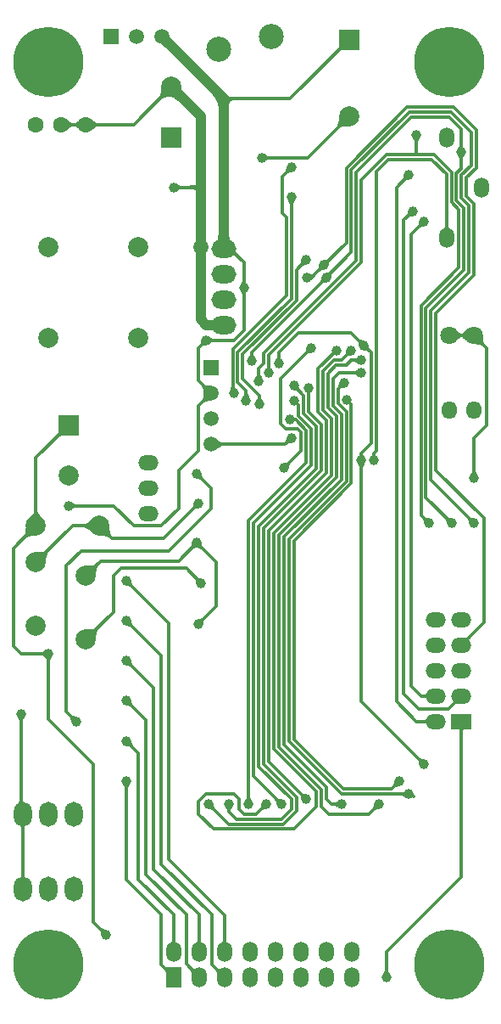
<source format=gbl>
G04*
G04 #@! TF.GenerationSoftware,Altium Limited,Altium Designer,18.0.12 (696)*
G04*
G04 Layer_Physical_Order=2*
G04 Layer_Color=16711680*
%FSAX43Y43*%
%MOMM*%
G71*
G01*
G75*
%ADD14C,0.300*%
%ADD69C,1.000*%
%ADD71C,7.000*%
%ADD72R,2.000X2.000*%
%ADD73C,2.000*%
%ADD74O,2.000X1.500*%
%ADD75O,1.800X2.500*%
%ADD76O,2.500X1.800*%
%ADD77R,1.500X1.500*%
%ADD78C,1.500*%
%ADD79O,2.000X1.500*%
%ADD80R,2.000X1.500*%
%ADD81O,1.500X2.000*%
%ADD82R,1.500X2.000*%
%ADD83C,1.600*%
%ADD84R,1.500X1.500*%
%ADD85C,2.500*%
%ADD86O,1.500X1.800*%
%ADD87C,1.800*%
%ADD88C,1.000*%
G36*
X0002570Y0014037D02*
X0002571Y0013971D01*
X0002576Y0013913D01*
X0002583Y0013862D01*
X0002594Y0013817D01*
X0002607Y0013779D01*
X0002624Y0013748D01*
X0002643Y0013724D01*
X0002665Y0013707D01*
X0002691Y0013697D01*
X0002719Y0013693D01*
X0002121D01*
X0002149Y0013697D01*
X0002175Y0013707D01*
X0002197Y0013724D01*
X0002216Y0013748D01*
X0002233Y0013779D01*
X0002246Y0013817D01*
X0002257Y0013862D01*
X0002264Y0013913D01*
X0002269Y0013971D01*
X0002270Y0014037D01*
X0002570D01*
D02*
G37*
G36*
X0010307Y0008655D02*
X0010340Y0008625D01*
X0010375Y0008599D01*
X0010413Y0008575D01*
X0010453Y0008555D01*
X0010495Y0008537D01*
X0010540Y0008524D01*
X0010588Y0008513D01*
X0010638Y0008505D01*
X0010690Y0008501D01*
X0010745Y0008500D01*
X0010250Y0008005D01*
X0010249Y0008060D01*
X0010245Y0008112D01*
X0010237Y0008162D01*
X0010226Y0008210D01*
X0010213Y0008255D01*
X0010195Y0008297D01*
X0010175Y0008337D01*
X0010151Y0008375D01*
X0010125Y0008410D01*
X0010095Y0008443D01*
X0010307Y0008655D01*
D02*
G37*
G36*
X0016541Y0004921D02*
X0016581Y0004881D01*
X0016734Y0004746D01*
X0016745Y0004742D01*
X0016751Y0004742D01*
X0016753Y0004747D01*
X0016756Y0004072D01*
X0016754Y0004114D01*
X0016747Y0004157D01*
X0016737Y0004199D01*
X0016721Y0004241D01*
X0016702Y0004284D01*
X0016678Y0004326D01*
X0016651Y0004369D01*
X0016618Y0004411D01*
X0016582Y0004454D01*
X0016541Y0004497D01*
Y0004921D01*
D02*
G37*
G36*
X0019280Y0004722D02*
X0019328Y0004676D01*
X0019373Y0004638D01*
X0019414Y0004607D01*
X0019452Y0004584D01*
X0019487Y0004568D01*
X0019518Y0004561D01*
X0019545Y0004561D01*
X0019569Y0004568D01*
X0019590Y0004584D01*
X0019607Y0004607D01*
X0019299Y0004069D01*
X0019311Y0004097D01*
X0019317Y0004127D01*
X0019315Y0004160D01*
X0019307Y0004195D01*
X0019293Y0004233D01*
X0019272Y0004273D01*
X0019244Y0004315D01*
X0019210Y0004360D01*
X0019169Y0004407D01*
X0019121Y0004456D01*
X0019280Y0004722D01*
D02*
G37*
G36*
X0017650Y0007575D02*
X0017651Y0007508D01*
X0017663Y0007396D01*
X0017674Y0007350D01*
X0017687Y0007312D01*
X0017703Y0007280D01*
X0017723Y0007256D01*
X0017745Y0007238D01*
X0017770Y0007227D01*
X0017799Y0007224D01*
X0017201D01*
X0017230Y0007227D01*
X0017255Y0007238D01*
X0017277Y0007256D01*
X0017297Y0007280D01*
X0017313Y0007312D01*
X0017326Y0007350D01*
X0017337Y0007396D01*
X0017344Y0007449D01*
X0017349Y0007508D01*
X0017350Y0007575D01*
X0017650D01*
D02*
G37*
G36*
X0021820Y0004722D02*
X0021868Y0004676D01*
X0021913Y0004638D01*
X0021954Y0004607D01*
X0021992Y0004584D01*
X0022027Y0004568D01*
X0022058Y0004561D01*
X0022085Y0004561D01*
X0022109Y0004568D01*
X0022130Y0004584D01*
X0022147Y0004607D01*
X0021839Y0004069D01*
X0021851Y0004097D01*
X0021857Y0004127D01*
X0021855Y0004160D01*
X0021847Y0004195D01*
X0021833Y0004233D01*
X0021812Y0004273D01*
X0021784Y0004315D01*
X0021750Y0004360D01*
X0021709Y0004407D01*
X0021661Y0004456D01*
X0021820Y0004722D01*
D02*
G37*
G36*
X0020190Y0007575D02*
X0020191Y0007508D01*
X0020203Y0007396D01*
X0020214Y0007350D01*
X0020227Y0007312D01*
X0020243Y0007280D01*
X0020263Y0007256D01*
X0020285Y0007238D01*
X0020310Y0007227D01*
X0020339Y0007224D01*
X0019741D01*
X0019770Y0007227D01*
X0019795Y0007238D01*
X0019817Y0007256D01*
X0019837Y0007280D01*
X0019853Y0007312D01*
X0019866Y0007350D01*
X0019877Y0007396D01*
X0019884Y0007449D01*
X0019889Y0007508D01*
X0019890Y0007575D01*
X0020190D01*
D02*
G37*
G36*
X0002270Y0018463D02*
X0002269Y0018529D01*
X0002264Y0018587D01*
X0002257Y0018638D01*
X0002246Y0018683D01*
X0002233Y0018721D01*
X0002216Y0018752D01*
X0002197Y0018776D01*
X0002175Y0018793D01*
X0002149Y0018803D01*
X0002121Y0018807D01*
X0002719D01*
X0002691Y0018803D01*
X0002665Y0018793D01*
X0002643Y0018776D01*
X0002624Y0018752D01*
X0002607Y0018721D01*
X0002594Y0018683D01*
X0002583Y0018638D01*
X0002576Y0018587D01*
X0002571Y0018529D01*
X0002570Y0018463D01*
X0002270D01*
D02*
G37*
G36*
X0002400Y0021549D02*
X0002401Y0021484D01*
X0002406Y0021427D01*
X0002413Y0021376D01*
X0002424Y0021334D01*
X0002437Y0021299D01*
X0002454Y0021271D01*
X0002473Y0021251D01*
X0002496Y0021238D01*
X0002521Y0021233D01*
X0002550Y0021235D01*
X0001951Y0021113D01*
X0001980Y0021122D01*
X0002005Y0021138D01*
X0002027Y0021160D01*
X0002047Y0021188D01*
X0002063Y0021223D01*
X0002076Y0021263D01*
X0002087Y0021311D01*
X0002094Y0021364D01*
X0002099Y0021424D01*
X0002100Y0021490D01*
X0002400Y0021549D01*
D02*
G37*
G36*
X0002100Y0029223D02*
X0002098Y0029268D01*
X0002092Y0029311D01*
X0002082Y0029355D01*
X0002068Y0029398D01*
X0002050Y0029440D01*
X0002028Y0029482D01*
X0002002Y0029523D01*
X0001972Y0029563D01*
X0001938Y0029603D01*
X0001900Y0029643D01*
X0002600D01*
X0002562Y0029603D01*
X0002528Y0029563D01*
X0002498Y0029523D01*
X0002472Y0029482D01*
X0002450Y0029440D01*
X0002432Y0029398D01*
X0002418Y0029355D01*
X0002408Y0029311D01*
X0002402Y0029268D01*
X0002400Y0029223D01*
X0002100D01*
D02*
G37*
G36*
X0007307Y0029905D02*
X0007340Y0029875D01*
X0007375Y0029849D01*
X0007413Y0029825D01*
X0007453Y0029805D01*
X0007495Y0029787D01*
X0007540Y0029774D01*
X0007588Y0029763D01*
X0007638Y0029755D01*
X0007690Y0029751D01*
X0007745Y0029750D01*
X0007250Y0029255D01*
X0007249Y0029310D01*
X0007245Y0029362D01*
X0007237Y0029412D01*
X0007226Y0029460D01*
X0007213Y0029505D01*
X0007195Y0029547D01*
X0007175Y0029587D01*
X0007151Y0029625D01*
X0007125Y0029660D01*
X0007095Y0029693D01*
X0007307Y0029905D01*
D02*
G37*
G36*
X0012650Y0022523D02*
X0012648Y0022568D01*
X0012642Y0022611D01*
X0012632Y0022655D01*
X0012618Y0022698D01*
X0012600Y0022740D01*
X0012578Y0022782D01*
X0012552Y0022823D01*
X0012522Y0022863D01*
X0012488Y0022903D01*
X0012450Y0022943D01*
X0013150D01*
X0013112Y0022903D01*
X0013078Y0022863D01*
X0013048Y0022823D01*
X0013022Y0022782D01*
X0013000Y0022740D01*
X0012982Y0022698D01*
X0012968Y0022655D01*
X0012958Y0022611D01*
X0012952Y0022568D01*
X0012950Y0022523D01*
X0012650D01*
D02*
G37*
G36*
X0021443Y0020345D02*
X0021410Y0020375D01*
X0021375Y0020401D01*
X0021337Y0020425D01*
X0021297Y0020445D01*
X0021255Y0020463D01*
X0021210Y0020476D01*
X0021162Y0020487D01*
X0021112Y0020495D01*
X0021060Y0020499D01*
X0021005Y0020500D01*
X0021500Y0020995D01*
X0021501Y0020940D01*
X0021505Y0020888D01*
X0021513Y0020838D01*
X0021524Y0020790D01*
X0021537Y0020745D01*
X0021555Y0020703D01*
X0021575Y0020663D01*
X0021599Y0020625D01*
X0021625Y0020590D01*
X0021655Y0020557D01*
X0021443Y0020345D01*
D02*
G37*
G36*
X0013243Y0026645D02*
X0013210Y0026675D01*
X0013175Y0026701D01*
X0013137Y0026725D01*
X0013097Y0026745D01*
X0013055Y0026763D01*
X0013010Y0026776D01*
X0012962Y0026787D01*
X0012912Y0026795D01*
X0012860Y0026799D01*
X0012805Y0026800D01*
X0013300Y0027295D01*
X0013301Y0027240D01*
X0013305Y0027188D01*
X0013313Y0027138D01*
X0013324Y0027090D01*
X0013337Y0027045D01*
X0013355Y0027003D01*
X0013375Y0026963D01*
X0013399Y0026925D01*
X0013425Y0026890D01*
X0013455Y0026857D01*
X0013243Y0026645D01*
D02*
G37*
G36*
Y0030645D02*
X0013210Y0030675D01*
X0013175Y0030701D01*
X0013137Y0030725D01*
X0013097Y0030745D01*
X0013055Y0030763D01*
X0013010Y0030776D01*
X0012962Y0030787D01*
X0012912Y0030795D01*
X0012860Y0030799D01*
X0012805Y0030800D01*
X0013300Y0031295D01*
X0013301Y0031240D01*
X0013305Y0031188D01*
X0013313Y0031138D01*
X0013324Y0031090D01*
X0013337Y0031045D01*
X0013355Y0031003D01*
X0013375Y0030963D01*
X0013399Y0030925D01*
X0013425Y0030890D01*
X0013455Y0030857D01*
X0013243Y0030645D01*
D02*
G37*
G36*
X0045931Y0031049D02*
X0045903Y0031061D01*
X0045873Y0031067D01*
X0045840Y0031065D01*
X0045805Y0031057D01*
X0045767Y0031043D01*
X0045727Y0031022D01*
X0045685Y0030994D01*
X0045640Y0030960D01*
X0045593Y0030919D01*
X0045544Y0030871D01*
X0045278Y0031030D01*
X0045324Y0031078D01*
X0045362Y0031123D01*
X0045393Y0031164D01*
X0045416Y0031202D01*
X0045432Y0031237D01*
X0045439Y0031268D01*
X0045439Y0031295D01*
X0045432Y0031319D01*
X0045416Y0031340D01*
X0045393Y0031357D01*
X0045931Y0031049D01*
D02*
G37*
G36*
X0042776Y0028951D02*
X0042773Y0028980D01*
X0042762Y0029005D01*
X0042744Y0029027D01*
X0042720Y0029047D01*
X0042688Y0029063D01*
X0042650Y0029076D01*
X0042604Y0029087D01*
X0042551Y0029094D01*
X0042492Y0029099D01*
X0042425Y0029100D01*
Y0029400D01*
X0042492Y0029401D01*
X0042604Y0029413D01*
X0042650Y0029424D01*
X0042688Y0029437D01*
X0042720Y0029453D01*
X0042744Y0029473D01*
X0042762Y0029495D01*
X0042773Y0029520D01*
X0042776Y0029549D01*
Y0028951D01*
D02*
G37*
G36*
X0046521Y0028500D02*
X0046496Y0028491D01*
X0046473Y0028476D01*
X0046454Y0028455D01*
X0046438Y0028428D01*
X0046424Y0028395D01*
X0046414Y0028356D01*
X0046406Y0028311D01*
X0046402Y0028260D01*
X0046400Y0028203D01*
X0046100D01*
X0046098Y0028260D01*
X0046094Y0028311D01*
X0046086Y0028356D01*
X0046076Y0028395D01*
X0046062Y0028428D01*
X0046046Y0028455D01*
X0046027Y0028476D01*
X0046004Y0028491D01*
X0045979Y0028500D01*
X0045950Y0028503D01*
X0046550D01*
X0046521Y0028500D01*
D02*
G37*
G36*
X0042090Y0025625D02*
X0042125Y0025599D01*
X0042163Y0025575D01*
X0042203Y0025555D01*
X0042245Y0025537D01*
X0042290Y0025524D01*
X0042338Y0025513D01*
X0042388Y0025505D01*
X0042440Y0025501D01*
X0042495Y0025500D01*
X0042000Y0025005D01*
X0041999Y0025060D01*
X0041995Y0025112D01*
X0041987Y0025162D01*
X0041976Y0025210D01*
X0041963Y0025255D01*
X0041945Y0025297D01*
X0041925Y0025337D01*
X0041901Y0025375D01*
X0041875Y0025410D01*
X0041845Y0025443D01*
X0042057Y0025655D01*
X0042090Y0025625D01*
D02*
G37*
G36*
X0039995Y0022750D02*
X0039940Y0022749D01*
X0039888Y0022745D01*
X0039838Y0022737D01*
X0039790Y0022726D01*
X0039745Y0022713D01*
X0039703Y0022695D01*
X0039663Y0022675D01*
X0039625Y0022651D01*
X0039590Y0022625D01*
X0039557Y0022595D01*
X0039345Y0022807D01*
X0039375Y0022840D01*
X0039401Y0022875D01*
X0039425Y0022913D01*
X0039445Y0022953D01*
X0039463Y0022995D01*
X0039476Y0023040D01*
X0039487Y0023088D01*
X0039495Y0023138D01*
X0039499Y0023190D01*
X0039500Y0023245D01*
X0039995Y0022750D01*
D02*
G37*
G36*
X0040643Y0021650D02*
X0040603Y0021688D01*
X0040563Y0021722D01*
X0040523Y0021752D01*
X0040482Y0021778D01*
X0040440Y0021800D01*
X0040398Y0021818D01*
X0040355Y0021832D01*
X0040311Y0021842D01*
X0040268Y0021848D01*
X0040223Y0021850D01*
Y0022150D01*
X0040268Y0022152D01*
X0040311Y0022158D01*
X0040355Y0022168D01*
X0040398Y0022182D01*
X0040440Y0022200D01*
X0040482Y0022222D01*
X0040523Y0022248D01*
X0040563Y0022278D01*
X0040603Y0022312D01*
X0040643Y0022350D01*
Y0021650D01*
D02*
G37*
G36*
X0030340Y0022125D02*
X0030375Y0022099D01*
X0030413Y0022075D01*
X0030453Y0022055D01*
X0030495Y0022037D01*
X0030540Y0022024D01*
X0030588Y0022013D01*
X0030638Y0022005D01*
X0030690Y0022001D01*
X0030745Y0022000D01*
X0030250Y0021505D01*
X0030249Y0021560D01*
X0030245Y0021612D01*
X0030237Y0021662D01*
X0030226Y0021710D01*
X0030213Y0021755D01*
X0030195Y0021797D01*
X0030175Y0021837D01*
X0030151Y0021875D01*
X0030125Y0021910D01*
X0030095Y0021943D01*
X0030307Y0022155D01*
X0030340Y0022125D01*
D02*
G37*
G36*
X0025152Y0021732D02*
X0025158Y0021689D01*
X0025168Y0021645D01*
X0025182Y0021602D01*
X0025200Y0021560D01*
X0025222Y0021518D01*
X0025248Y0021477D01*
X0025278Y0021437D01*
X0025312Y0021397D01*
X0025350Y0021357D01*
X0024650D01*
X0024688Y0021397D01*
X0024722Y0021437D01*
X0024752Y0021477D01*
X0024778Y0021518D01*
X0024800Y0021560D01*
X0024818Y0021602D01*
X0024832Y0021645D01*
X0024842Y0021689D01*
X0024848Y0021732D01*
X0024850Y0021777D01*
X0025150D01*
X0025152Y0021732D01*
D02*
G37*
G36*
X0027840Y0021625D02*
X0027875Y0021599D01*
X0027913Y0021575D01*
X0027953Y0021555D01*
X0027995Y0021537D01*
X0028040Y0021524D01*
X0028088Y0021513D01*
X0028138Y0021505D01*
X0028190Y0021501D01*
X0028245Y0021500D01*
X0027750Y0021005D01*
X0027749Y0021060D01*
X0027745Y0021112D01*
X0027737Y0021162D01*
X0027726Y0021210D01*
X0027713Y0021255D01*
X0027695Y0021297D01*
X0027675Y0021337D01*
X0027651Y0021375D01*
X0027625Y0021410D01*
X0027595Y0021443D01*
X0027807Y0021655D01*
X0027840Y0021625D01*
D02*
G37*
G36*
X0033893Y0020650D02*
X0033853Y0020688D01*
X0033813Y0020722D01*
X0033773Y0020752D01*
X0033732Y0020778D01*
X0033690Y0020800D01*
X0033648Y0020818D01*
X0033605Y0020832D01*
X0033561Y0020842D01*
X0033518Y0020848D01*
X0033473Y0020850D01*
Y0021150D01*
X0033518Y0021152D01*
X0033561Y0021158D01*
X0033605Y0021168D01*
X0033648Y0021182D01*
X0033690Y0021200D01*
X0033732Y0021222D01*
X0033773Y0021248D01*
X0033813Y0021278D01*
X0033853Y0021312D01*
X0033893Y0021350D01*
Y0020650D01*
D02*
G37*
G36*
X0037995Y0020500D02*
X0037940Y0020499D01*
X0037888Y0020495D01*
X0037838Y0020487D01*
X0037790Y0020476D01*
X0037745Y0020463D01*
X0037703Y0020445D01*
X0037663Y0020425D01*
X0037625Y0020401D01*
X0037590Y0020375D01*
X0037557Y0020345D01*
X0037345Y0020557D01*
X0037375Y0020590D01*
X0037401Y0020625D01*
X0037425Y0020663D01*
X0037445Y0020703D01*
X0037463Y0020745D01*
X0037476Y0020790D01*
X0037487Y0020838D01*
X0037495Y0020888D01*
X0037499Y0020940D01*
X0037500Y0020995D01*
X0037995Y0020500D01*
D02*
G37*
G36*
X0026745D02*
X0026690Y0020499D01*
X0026638Y0020495D01*
X0026588Y0020487D01*
X0026540Y0020476D01*
X0026495Y0020463D01*
X0026453Y0020445D01*
X0026413Y0020425D01*
X0026375Y0020401D01*
X0026340Y0020375D01*
X0026307Y0020345D01*
X0026095Y0020557D01*
X0026125Y0020590D01*
X0026151Y0020625D01*
X0026175Y0020663D01*
X0026195Y0020703D01*
X0026213Y0020745D01*
X0026226Y0020790D01*
X0026237Y0020838D01*
X0026245Y0020888D01*
X0026249Y0020940D01*
X0026250Y0020995D01*
X0026745Y0020500D01*
D02*
G37*
G36*
X0023265Y0020572D02*
X0023241Y0020548D01*
X0023219Y0020520D01*
X0023201Y0020490D01*
X0023185Y0020457D01*
X0023173Y0020421D01*
X0023163Y0020383D01*
X0023156Y0020341D01*
X0023151Y0020297D01*
X0023150Y0020250D01*
X0022850D01*
X0022849Y0020297D01*
X0022844Y0020341D01*
X0022837Y0020383D01*
X0022827Y0020421D01*
X0022815Y0020457D01*
X0022799Y0020490D01*
X0022781Y0020520D01*
X0022759Y0020548D01*
X0022735Y0020572D01*
X0022708Y0020594D01*
X0023292D01*
X0023265Y0020572D01*
D02*
G37*
G36*
X0022731Y0007508D02*
X0022743Y0007396D01*
X0022754Y0007350D01*
X0022767Y0007312D01*
X0022783Y0007280D01*
X0022803Y0007256D01*
X0022825Y0007238D01*
X0022850Y0007227D01*
X0022879Y0007224D01*
X0022281D01*
X0022310Y0007227D01*
X0022335Y0007238D01*
X0022357Y0007256D01*
X0022377Y0007280D01*
X0022393Y0007312D01*
X0022406Y0007350D01*
X0022417Y0007396D01*
X0022424Y0007449D01*
X0022429Y0007508D01*
X0022430Y0007575D01*
X0022730D01*
X0022731Y0007508D01*
D02*
G37*
G36*
X0038902Y0004482D02*
X0038908Y0004439D01*
X0038918Y0004395D01*
X0038932Y0004352D01*
X0038950Y0004310D01*
X0038972Y0004268D01*
X0038998Y0004227D01*
X0039028Y0004187D01*
X0039062Y0004147D01*
X0039100Y0004107D01*
X0038400D01*
X0038438Y0004147D01*
X0038472Y0004187D01*
X0038502Y0004227D01*
X0038528Y0004268D01*
X0038550Y0004310D01*
X0038568Y0004352D01*
X0038582Y0004395D01*
X0038592Y0004439D01*
X0038598Y0004482D01*
X0038600Y0004527D01*
X0038900D01*
X0038902Y0004482D01*
D02*
G37*
G36*
X0029245Y0057000D02*
X0029190Y0056999D01*
X0029138Y0056995D01*
X0029088Y0056987D01*
X0029040Y0056976D01*
X0028995Y0056963D01*
X0028953Y0056945D01*
X0028913Y0056925D01*
X0028875Y0056901D01*
X0028840Y0056875D01*
X0028807Y0056845D01*
X0028595Y0057057D01*
X0028625Y0057090D01*
X0028651Y0057125D01*
X0028675Y0057163D01*
X0028695Y0057203D01*
X0028713Y0057245D01*
X0028726Y0057290D01*
X0028737Y0057338D01*
X0028745Y0057388D01*
X0028749Y0057440D01*
X0028750Y0057495D01*
X0029245Y0057000D01*
D02*
G37*
G36*
X0021858Y0057334D02*
X0021998Y0057214D01*
X0022066Y0057165D01*
X0022132Y0057124D01*
X0022196Y0057090D01*
X0022258Y0057064D01*
X0022319Y0057045D01*
X0022378Y0057034D01*
X0022435Y0057030D01*
Y0056730D01*
X0022378Y0056726D01*
X0022319Y0056715D01*
X0022258Y0056696D01*
X0022196Y0056670D01*
X0022132Y0056636D01*
X0022066Y0056595D01*
X0021998Y0056546D01*
X0021929Y0056490D01*
X0021786Y0056355D01*
Y0057405D01*
X0021858Y0057334D01*
D02*
G37*
G36*
X0037651Y0055953D02*
X0037656Y0055909D01*
X0037663Y0055867D01*
X0037673Y0055829D01*
X0037685Y0055793D01*
X0037701Y0055760D01*
X0037719Y0055730D01*
X0037741Y0055702D01*
X0037765Y0055678D01*
X0037792Y0055656D01*
X0037208D01*
X0037235Y0055678D01*
X0037259Y0055702D01*
X0037281Y0055730D01*
X0037299Y0055760D01*
X0037315Y0055793D01*
X0037327Y0055829D01*
X0037337Y0055867D01*
X0037344Y0055909D01*
X0037349Y0055953D01*
X0037350Y0056000D01*
X0037650D01*
X0037651Y0055953D01*
D02*
G37*
G36*
X0036401D02*
X0036406Y0055909D01*
X0036413Y0055867D01*
X0036423Y0055829D01*
X0036435Y0055793D01*
X0036451Y0055760D01*
X0036469Y0055730D01*
X0036491Y0055702D01*
X0036515Y0055678D01*
X0036542Y0055656D01*
X0035958D01*
X0035985Y0055678D01*
X0036009Y0055702D01*
X0036031Y0055730D01*
X0036049Y0055760D01*
X0036065Y0055793D01*
X0036077Y0055829D01*
X0036087Y0055867D01*
X0036094Y0055909D01*
X0036099Y0055953D01*
X0036100Y0056000D01*
X0036400D01*
X0036401Y0055953D01*
D02*
G37*
G36*
X0029155Y0054943D02*
X0029125Y0054910D01*
X0029099Y0054875D01*
X0029075Y0054837D01*
X0029055Y0054797D01*
X0029037Y0054755D01*
X0029024Y0054710D01*
X0029013Y0054662D01*
X0029005Y0054612D01*
X0029001Y0054560D01*
X0029000Y0054505D01*
X0028505Y0055000D01*
X0028560Y0055001D01*
X0028612Y0055005D01*
X0028662Y0055013D01*
X0028710Y0055024D01*
X0028755Y0055037D01*
X0028797Y0055055D01*
X0028837Y0055075D01*
X0028875Y0055099D01*
X0028910Y0055125D01*
X0028943Y0055155D01*
X0029155Y0054943D01*
D02*
G37*
G36*
X0036562Y0054853D02*
X0036528Y0054813D01*
X0036498Y0054773D01*
X0036472Y0054732D01*
X0036450Y0054690D01*
X0036432Y0054648D01*
X0036418Y0054605D01*
X0036408Y0054561D01*
X0036402Y0054518D01*
X0036400Y0054473D01*
X0036100D01*
X0036098Y0054518D01*
X0036092Y0054561D01*
X0036082Y0054605D01*
X0036068Y0054648D01*
X0036050Y0054690D01*
X0036028Y0054732D01*
X0036002Y0054773D01*
X0035972Y0054813D01*
X0035938Y0054853D01*
X0035900Y0054893D01*
X0036600D01*
X0036562Y0054853D01*
D02*
G37*
G36*
X0047652Y0054232D02*
X0047658Y0054189D01*
X0047668Y0054145D01*
X0047682Y0054102D01*
X0047700Y0054060D01*
X0047722Y0054018D01*
X0047748Y0053977D01*
X0047778Y0053937D01*
X0047812Y0053897D01*
X0047850Y0053857D01*
X0047150D01*
X0047188Y0053897D01*
X0047222Y0053937D01*
X0047252Y0053977D01*
X0047278Y0054018D01*
X0047300Y0054060D01*
X0047318Y0054102D01*
X0047332Y0054145D01*
X0047342Y0054189D01*
X0047348Y0054232D01*
X0047350Y0054277D01*
X0047650D01*
X0047652Y0054232D01*
D02*
G37*
G36*
X0020301Y0053890D02*
X0020305Y0053838D01*
X0020313Y0053788D01*
X0020324Y0053740D01*
X0020337Y0053695D01*
X0020355Y0053653D01*
X0020375Y0053613D01*
X0020399Y0053575D01*
X0020425Y0053540D01*
X0020455Y0053507D01*
X0020243Y0053295D01*
X0020210Y0053325D01*
X0020175Y0053351D01*
X0020137Y0053375D01*
X0020097Y0053395D01*
X0020055Y0053413D01*
X0020010Y0053426D01*
X0019962Y0053437D01*
X0019912Y0053445D01*
X0019860Y0053449D01*
X0019805Y0053450D01*
X0020300Y0053945D01*
X0020301Y0053890D01*
D02*
G37*
G36*
X0007397Y0051062D02*
X0007437Y0051028D01*
X0007477Y0050998D01*
X0007518Y0050972D01*
X0007560Y0050950D01*
X0007602Y0050932D01*
X0007645Y0050918D01*
X0007689Y0050908D01*
X0007732Y0050902D01*
X0007777Y0050900D01*
Y0050600D01*
X0007732Y0050598D01*
X0007689Y0050592D01*
X0007645Y0050582D01*
X0007602Y0050568D01*
X0007560Y0050550D01*
X0007518Y0050528D01*
X0007477Y0050502D01*
X0007437Y0050472D01*
X0007397Y0050438D01*
X0007357Y0050400D01*
Y0051100D01*
X0007397Y0051062D01*
D02*
G37*
G36*
X0019995Y0050500D02*
X0019940Y0050499D01*
X0019888Y0050495D01*
X0019838Y0050487D01*
X0019790Y0050476D01*
X0019745Y0050463D01*
X0019703Y0050445D01*
X0019663Y0050425D01*
X0019625Y0050401D01*
X0019590Y0050375D01*
X0019557Y0050345D01*
X0019345Y0050557D01*
X0019375Y0050590D01*
X0019401Y0050625D01*
X0019425Y0050663D01*
X0019445Y0050703D01*
X0019463Y0050745D01*
X0019476Y0050790D01*
X0019487Y0050838D01*
X0019495Y0050888D01*
X0019499Y0050940D01*
X0019500Y0050995D01*
X0019995Y0050500D01*
D02*
G37*
G36*
X0003905Y0050270D02*
X0003922Y0050196D01*
X0003950Y0050119D01*
X0003988Y0050038D01*
X0004037Y0049952D01*
X0004098Y0049863D01*
X0004169Y0049769D01*
X0004345Y0049570D01*
X0004450Y0049464D01*
X0003050D01*
X0003155Y0049570D01*
X0003330Y0049769D01*
X0003402Y0049863D01*
X0003463Y0049952D01*
X0003512Y0050038D01*
X0003550Y0050119D01*
X0003578Y0050196D01*
X0003595Y0050270D01*
X0003600Y0050339D01*
X0003900D01*
X0003905Y0050270D01*
D02*
G37*
G36*
X0047090Y0049625D02*
X0047125Y0049599D01*
X0047163Y0049575D01*
X0047203Y0049555D01*
X0047245Y0049537D01*
X0047290Y0049524D01*
X0047338Y0049513D01*
X0047388Y0049505D01*
X0047440Y0049501D01*
X0047495Y0049500D01*
X0047000Y0049005D01*
X0046999Y0049060D01*
X0046995Y0049112D01*
X0046987Y0049162D01*
X0046976Y0049210D01*
X0046963Y0049255D01*
X0046945Y0049297D01*
X0046925Y0049337D01*
X0046901Y0049375D01*
X0046875Y0049410D01*
X0046845Y0049443D01*
X0047057Y0049655D01*
X0047090Y0049625D01*
D02*
G37*
G36*
X0044840D02*
X0044875Y0049599D01*
X0044913Y0049575D01*
X0044953Y0049555D01*
X0044995Y0049537D01*
X0045040Y0049524D01*
X0045088Y0049513D01*
X0045138Y0049505D01*
X0045190Y0049501D01*
X0045245Y0049500D01*
X0044750Y0049005D01*
X0044749Y0049060D01*
X0044745Y0049112D01*
X0044737Y0049162D01*
X0044726Y0049210D01*
X0044713Y0049255D01*
X0044695Y0049297D01*
X0044675Y0049337D01*
X0044651Y0049375D01*
X0044625Y0049410D01*
X0044595Y0049443D01*
X0044807Y0049655D01*
X0044840Y0049625D01*
D02*
G37*
G36*
X0042590D02*
X0042625Y0049599D01*
X0042663Y0049575D01*
X0042703Y0049555D01*
X0042745Y0049537D01*
X0042790Y0049524D01*
X0042838Y0049513D01*
X0042888Y0049505D01*
X0042940Y0049501D01*
X0042995Y0049500D01*
X0042500Y0049005D01*
X0042499Y0049060D01*
X0042495Y0049112D01*
X0042487Y0049162D01*
X0042476Y0049210D01*
X0042463Y0049255D01*
X0042445Y0049297D01*
X0042425Y0049337D01*
X0042401Y0049375D01*
X0042375Y0049410D01*
X0042345Y0049443D01*
X0042557Y0049655D01*
X0042590Y0049625D01*
D02*
G37*
G36*
X0009386Y0048050D02*
X0009280Y0048154D01*
X0009081Y0048331D01*
X0008987Y0048402D01*
X0008898Y0048463D01*
X0008812Y0048512D01*
X0008731Y0048550D01*
X0008654Y0048578D01*
X0008580Y0048595D01*
X0008511Y0048600D01*
Y0048900D01*
X0008580Y0048905D01*
X0008654Y0048922D01*
X0008731Y0048950D01*
X0008812Y0048988D01*
X0008898Y0049037D01*
X0008987Y0049098D01*
X0009081Y0049169D01*
X0009280Y0049346D01*
X0009386Y0049450D01*
Y0048050D01*
D02*
G37*
G36*
X0011101Y0048591D02*
X0011117Y0048326D01*
X0011133Y0048209D01*
X0011153Y0048103D01*
X0011179Y0048008D01*
X0011209Y0047923D01*
X0011244Y0047849D01*
X0011284Y0047785D01*
X0011329Y0047733D01*
X0011117Y0047521D01*
X0011065Y0047566D01*
X0011001Y0047606D01*
X0010927Y0047641D01*
X0010842Y0047671D01*
X0010747Y0047697D01*
X0010641Y0047717D01*
X0010524Y0047733D01*
X0010259Y0047749D01*
X0010110Y0047750D01*
X0011100Y0048740D01*
X0011101Y0048591D01*
D02*
G37*
G36*
X0003740Y0047750D02*
X0003591Y0047749D01*
X0003326Y0047733D01*
X0003209Y0047717D01*
X0003103Y0047697D01*
X0003008Y0047671D01*
X0002923Y0047641D01*
X0002849Y0047606D01*
X0002785Y0047566D01*
X0002733Y0047521D01*
X0002521Y0047733D01*
X0002566Y0047785D01*
X0002606Y0047849D01*
X0002641Y0047923D01*
X0002671Y0048008D01*
X0002697Y0048103D01*
X0002717Y0048209D01*
X0002733Y0048326D01*
X0002749Y0048591D01*
X0002750Y0048740D01*
X0003740Y0047750D01*
D02*
G37*
G36*
X0020301Y0046990D02*
X0020305Y0046938D01*
X0020313Y0046888D01*
X0020324Y0046840D01*
X0020337Y0046795D01*
X0020355Y0046753D01*
X0020375Y0046713D01*
X0020399Y0046675D01*
X0020425Y0046640D01*
X0020455Y0046607D01*
X0020243Y0046395D01*
X0020210Y0046425D01*
X0020175Y0046451D01*
X0020137Y0046475D01*
X0020097Y0046495D01*
X0020055Y0046513D01*
X0020010Y0046526D01*
X0019962Y0046537D01*
X0019912Y0046545D01*
X0019860Y0046549D01*
X0019805Y0046550D01*
X0020300Y0047045D01*
X0020301Y0046990D01*
D02*
G37*
G36*
X0019795Y0046550D02*
X0019740Y0046549D01*
X0019688Y0046545D01*
X0019638Y0046537D01*
X0019590Y0046526D01*
X0019545Y0046513D01*
X0019503Y0046495D01*
X0019463Y0046475D01*
X0019425Y0046451D01*
X0019390Y0046425D01*
X0019357Y0046395D01*
X0019145Y0046607D01*
X0019175Y0046640D01*
X0019201Y0046675D01*
X0019225Y0046713D01*
X0019245Y0046753D01*
X0019263Y0046795D01*
X0019276Y0046840D01*
X0019287Y0046888D01*
X0019295Y0046938D01*
X0019299Y0046990D01*
X0019300Y0047045D01*
X0019795Y0046550D01*
D02*
G37*
G36*
X0004979Y0046117D02*
X0004934Y0046065D01*
X0004894Y0046001D01*
X0004859Y0045927D01*
X0004829Y0045842D01*
X0004803Y0045747D01*
X0004783Y0045641D01*
X0004767Y0045524D01*
X0004751Y0045259D01*
X0004750Y0045110D01*
X0003760Y0046100D01*
X0003909Y0046101D01*
X0004174Y0046117D01*
X0004291Y0046133D01*
X0004397Y0046153D01*
X0004492Y0046179D01*
X0004577Y0046209D01*
X0004651Y0046244D01*
X0004715Y0046284D01*
X0004767Y0046329D01*
X0004979Y0046117D01*
D02*
G37*
G36*
X0009979Y0044767D02*
X0009934Y0044715D01*
X0009894Y0044651D01*
X0009859Y0044577D01*
X0009829Y0044492D01*
X0009803Y0044397D01*
X0009783Y0044291D01*
X0009767Y0044174D01*
X0009751Y0043909D01*
X0009750Y0043760D01*
X0008760Y0044750D01*
X0008909Y0044751D01*
X0009174Y0044767D01*
X0009291Y0044783D01*
X0009397Y0044803D01*
X0009492Y0044829D01*
X0009577Y0044859D01*
X0009651Y0044894D01*
X0009715Y0044934D01*
X0009767Y0044979D01*
X0009979Y0044767D01*
D02*
G37*
G36*
X0019840Y0043625D02*
X0019875Y0043599D01*
X0019913Y0043575D01*
X0019953Y0043555D01*
X0019995Y0043537D01*
X0020040Y0043524D01*
X0020088Y0043513D01*
X0020138Y0043505D01*
X0020190Y0043501D01*
X0020245Y0043500D01*
X0019750Y0043005D01*
X0019749Y0043060D01*
X0019745Y0043112D01*
X0019737Y0043162D01*
X0019726Y0043210D01*
X0019713Y0043255D01*
X0019695Y0043297D01*
X0019675Y0043337D01*
X0019651Y0043375D01*
X0019625Y0043410D01*
X0019595Y0043443D01*
X0019807Y0043655D01*
X0019840Y0043625D01*
D02*
G37*
G36*
X0013301Y0043190D02*
X0013305Y0043138D01*
X0013313Y0043088D01*
X0013324Y0043040D01*
X0013337Y0042995D01*
X0013355Y0042953D01*
X0013375Y0042913D01*
X0013399Y0042875D01*
X0013425Y0042840D01*
X0013455Y0042807D01*
X0013243Y0042595D01*
X0013210Y0042625D01*
X0013175Y0042651D01*
X0013137Y0042675D01*
X0013097Y0042695D01*
X0013055Y0042713D01*
X0013010Y0042726D01*
X0012962Y0042737D01*
X0012912Y0042745D01*
X0012860Y0042749D01*
X0012805Y0042750D01*
X0013300Y0043245D01*
X0013301Y0043190D01*
D02*
G37*
G36*
X0020605Y0039393D02*
X0020575Y0039360D01*
X0020549Y0039325D01*
X0020525Y0039287D01*
X0020505Y0039247D01*
X0020487Y0039205D01*
X0020474Y0039160D01*
X0020463Y0039112D01*
X0020455Y0039062D01*
X0020451Y0039010D01*
X0020450Y0038955D01*
X0019955Y0039450D01*
X0020010Y0039451D01*
X0020062Y0039455D01*
X0020112Y0039463D01*
X0020160Y0039474D01*
X0020205Y0039487D01*
X0020247Y0039505D01*
X0020287Y0039525D01*
X0020325Y0039549D01*
X0020360Y0039575D01*
X0020393Y0039605D01*
X0020605Y0039393D01*
D02*
G37*
G36*
X0013301Y0039190D02*
X0013305Y0039138D01*
X0013313Y0039088D01*
X0013324Y0039040D01*
X0013337Y0038995D01*
X0013355Y0038953D01*
X0013375Y0038913D01*
X0013399Y0038875D01*
X0013425Y0038840D01*
X0013455Y0038807D01*
X0013243Y0038595D01*
X0013210Y0038625D01*
X0013175Y0038651D01*
X0013137Y0038675D01*
X0013097Y0038695D01*
X0013055Y0038713D01*
X0013010Y0038726D01*
X0012962Y0038737D01*
X0012912Y0038745D01*
X0012860Y0038749D01*
X0012805Y0038750D01*
X0013300Y0039245D01*
X0013301Y0039190D01*
D02*
G37*
G36*
X0047222Y0037630D02*
X0047176Y0037582D01*
X0047138Y0037537D01*
X0047107Y0037496D01*
X0047084Y0037458D01*
X0047068Y0037423D01*
X0047061Y0037392D01*
X0047061Y0037365D01*
X0047068Y0037341D01*
X0047084Y0037320D01*
X0047107Y0037303D01*
X0046569Y0037611D01*
X0046597Y0037599D01*
X0046627Y0037593D01*
X0046660Y0037595D01*
X0046695Y0037603D01*
X0046733Y0037617D01*
X0046773Y0037638D01*
X0046815Y0037666D01*
X0046860Y0037700D01*
X0046907Y0037741D01*
X0046956Y0037789D01*
X0047222Y0037630D01*
D02*
G37*
G36*
X0009979Y0038417D02*
X0009934Y0038365D01*
X0009894Y0038301D01*
X0009859Y0038227D01*
X0009829Y0038142D01*
X0009803Y0038047D01*
X0009783Y0037941D01*
X0009767Y0037824D01*
X0009751Y0037559D01*
X0009750Y0037410D01*
X0008760Y0038400D01*
X0008909Y0038401D01*
X0009174Y0038417D01*
X0009291Y0038433D01*
X0009397Y0038453D01*
X0009492Y0038479D01*
X0009577Y0038509D01*
X0009651Y0038544D01*
X0009715Y0038584D01*
X0009767Y0038629D01*
X0009979Y0038417D01*
D02*
G37*
G36*
X0004643Y0035650D02*
X0004603Y0035688D01*
X0004563Y0035722D01*
X0004523Y0035752D01*
X0004482Y0035778D01*
X0004440Y0035800D01*
X0004398Y0035818D01*
X0004355Y0035832D01*
X0004311Y0035842D01*
X0004268Y0035848D01*
X0004223Y0035850D01*
Y0036150D01*
X0004268Y0036152D01*
X0004311Y0036158D01*
X0004355Y0036168D01*
X0004398Y0036182D01*
X0004440Y0036200D01*
X0004482Y0036222D01*
X0004523Y0036248D01*
X0004563Y0036278D01*
X0004603Y0036312D01*
X0004643Y0036350D01*
Y0035650D01*
D02*
G37*
G36*
X0005312Y0035603D02*
X0005278Y0035563D01*
X0005248Y0035523D01*
X0005222Y0035482D01*
X0005200Y0035440D01*
X0005182Y0035398D01*
X0005168Y0035355D01*
X0005158Y0035311D01*
X0005152Y0035268D01*
X0005150Y0035223D01*
X0004850D01*
X0004848Y0035268D01*
X0004842Y0035311D01*
X0004832Y0035355D01*
X0004818Y0035398D01*
X0004800Y0035440D01*
X0004778Y0035482D01*
X0004752Y0035523D01*
X0004722Y0035563D01*
X0004688Y0035603D01*
X0004650Y0035643D01*
X0005350D01*
X0005312Y0035603D01*
D02*
G37*
G36*
X0013301Y0035240D02*
X0013305Y0035188D01*
X0013313Y0035138D01*
X0013324Y0035090D01*
X0013337Y0035045D01*
X0013355Y0035003D01*
X0013375Y0034963D01*
X0013399Y0034925D01*
X0013425Y0034890D01*
X0013455Y0034857D01*
X0013243Y0034645D01*
X0013210Y0034675D01*
X0013175Y0034701D01*
X0013137Y0034725D01*
X0013097Y0034745D01*
X0013055Y0034763D01*
X0013010Y0034776D01*
X0012962Y0034787D01*
X0012912Y0034795D01*
X0012860Y0034799D01*
X0012805Y0034800D01*
X0013300Y0035295D01*
X0013301Y0035240D01*
D02*
G37*
G36*
X0042776Y0031491D02*
X0042773Y0031520D01*
X0042762Y0031545D01*
X0042744Y0031567D01*
X0042720Y0031587D01*
X0042688Y0031603D01*
X0042650Y0031616D01*
X0042604Y0031627D01*
X0042551Y0031634D01*
X0042492Y0031639D01*
X0042425Y0031640D01*
Y0031940D01*
X0042492Y0031941D01*
X0042604Y0031953D01*
X0042650Y0031964D01*
X0042688Y0031977D01*
X0042720Y0031993D01*
X0042744Y0032013D01*
X0042762Y0032035D01*
X0042773Y0032060D01*
X0042776Y0032089D01*
Y0031491D01*
D02*
G37*
G36*
X0017083Y0097483D02*
X0017093Y0097467D01*
X0017108Y0097446D01*
X0017159Y0097387D01*
X0017337Y0097201D01*
X0017397Y0097140D01*
X0016690Y0096433D01*
X0016337Y0096750D01*
X0017080Y0097493D01*
X0017083Y0097483D01*
D02*
G37*
G36*
X0017250Y0092000D02*
X0017189Y0091993D01*
X0017120Y0091974D01*
X0017045Y0091941D01*
X0016962Y0091896D01*
X0016890Y0091850D01*
X0017240Y0091500D01*
X0017091Y0091499D01*
X0016826Y0091483D01*
X0016709Y0091467D01*
X0016603Y0091447D01*
X0016508Y0091421D01*
X0016423Y0091391D01*
X0016349Y0091356D01*
X0016285Y0091316D01*
X0016233Y0091271D01*
X0016021Y0091483D01*
X0016066Y0091535D01*
X0016106Y0091599D01*
X0016141Y0091673D01*
X0016171Y0091758D01*
X0016197Y0091853D01*
X0016217Y0091959D01*
X0016233Y0092076D01*
X0016249Y0092341D01*
X0016250Y0092490D01*
X0016600Y0092140D01*
X0016646Y0092212D01*
X0016691Y0092295D01*
X0016724Y0092370D01*
X0016743Y0092439D01*
X0016750Y0092500D01*
X0017250Y0092000D01*
D02*
G37*
G36*
X0018253Y0092433D02*
X0018265Y0092373D01*
X0018284Y0092312D01*
X0018311Y0092248D01*
X0018346Y0092182D01*
X0018389Y0092113D01*
X0018440Y0092043D01*
X0018499Y0091970D01*
X0018640Y0091817D01*
X0017933Y0091110D01*
X0017856Y0091184D01*
X0017707Y0091310D01*
X0017637Y0091361D01*
X0017568Y0091404D01*
X0017502Y0091439D01*
X0017438Y0091466D01*
X0017377Y0091485D01*
X0017317Y0091497D01*
X0017260Y0091500D01*
X0018250Y0092490D01*
X0018253Y0092433D01*
D02*
G37*
G36*
X0022500Y0091330D02*
X0022853Y0091264D01*
Y0091684D01*
X0022901Y0091645D01*
X0022964Y0091610D01*
X0023040Y0091580D01*
X0023131Y0091553D01*
X0023236Y0091531D01*
X0023356Y0091513D01*
X0023638Y0091488D01*
X0023977Y0091480D01*
Y0091180D01*
X0023800Y0091178D01*
X0023356Y0091147D01*
X0023236Y0091129D01*
X0023169Y0091115D01*
X0023147Y0091090D01*
X0023108Y0091020D01*
X0023075Y0090930D01*
X0023048Y0090820D01*
X0023027Y0090690D01*
X0023003Y0090370D01*
X0023000Y0090180D01*
X0022000Y0090123D01*
X0021993Y0090320D01*
X0021972Y0090511D01*
X0021936Y0090697D01*
X0021887Y0090876D01*
X0021823Y0091050D01*
X0021745Y0091217D01*
X0021654Y0091379D01*
X0021547Y0091535D01*
X0021427Y0091686D01*
X0021293Y0091830D01*
X0022500Y0091330D01*
D02*
G37*
G36*
X0008179Y0088190D02*
X0008099Y0088268D01*
X0007947Y0088399D01*
X0007875Y0088452D01*
X0007804Y0088497D01*
X0007736Y0088534D01*
X0007670Y0088563D01*
X0007606Y0088584D01*
X0007544Y0088596D01*
X0007500Y0088599D01*
X0007456Y0088596D01*
X0007394Y0088584D01*
X0007330Y0088563D01*
X0007264Y0088534D01*
X0007196Y0088497D01*
X0007125Y0088452D01*
X0007053Y0088399D01*
X0006978Y0088338D01*
X0006821Y0088190D01*
Y0089310D01*
X0006901Y0089232D01*
X0007053Y0089101D01*
X0007125Y0089048D01*
X0007196Y0089003D01*
X0007264Y0088966D01*
X0007330Y0088937D01*
X0007394Y0088916D01*
X0007456Y0088904D01*
X0007500Y0088901D01*
X0007544Y0088904D01*
X0007606Y0088916D01*
X0007670Y0088937D01*
X0007736Y0088966D01*
X0007804Y0089003D01*
X0007875Y0089048D01*
X0007947Y0089101D01*
X0008022Y0089162D01*
X0008179Y0089310D01*
Y0088190D01*
D02*
G37*
G36*
X0009401Y0089232D02*
X0009553Y0089101D01*
X0009625Y0089048D01*
X0009696Y0089003D01*
X0009764Y0088966D01*
X0009830Y0088937D01*
X0009894Y0088916D01*
X0009956Y0088904D01*
X0010016Y0088900D01*
Y0088600D01*
X0009956Y0088596D01*
X0009894Y0088584D01*
X0009830Y0088563D01*
X0009764Y0088534D01*
X0009696Y0088497D01*
X0009625Y0088452D01*
X0009553Y0088399D01*
X0009478Y0088338D01*
X0009321Y0088190D01*
Y0089310D01*
X0009401Y0089232D01*
D02*
G37*
G36*
X0026697Y0085762D02*
X0026737Y0085728D01*
X0026777Y0085698D01*
X0026818Y0085672D01*
X0026860Y0085650D01*
X0026902Y0085632D01*
X0026945Y0085618D01*
X0026989Y0085608D01*
X0027032Y0085602D01*
X0027077Y0085600D01*
Y0085300D01*
X0027032Y0085298D01*
X0026989Y0085292D01*
X0026945Y0085282D01*
X0026902Y0085268D01*
X0026860Y0085250D01*
X0026818Y0085228D01*
X0026777Y0085202D01*
X0026737Y0085172D01*
X0026697Y0085138D01*
X0026657Y0085100D01*
Y0085800D01*
X0026697Y0085762D01*
D02*
G37*
G36*
X0017897Y0082812D02*
X0017937Y0082778D01*
X0017977Y0082748D01*
X0018018Y0082722D01*
X0018060Y0082700D01*
X0018102Y0082682D01*
X0018145Y0082668D01*
X0018189Y0082658D01*
X0018232Y0082652D01*
X0018277Y0082650D01*
Y0082350D01*
X0018232Y0082348D01*
X0018189Y0082342D01*
X0018145Y0082332D01*
X0018102Y0082318D01*
X0018060Y0082300D01*
X0018018Y0082278D01*
X0017977Y0082252D01*
X0017937Y0082222D01*
X0017897Y0082188D01*
X0017857Y0082150D01*
Y0082850D01*
X0017897Y0082812D01*
D02*
G37*
G36*
X0019847Y0082146D02*
X0019799Y0082185D01*
X0019736Y0082220D01*
X0019660Y0082250D01*
X0019569Y0082277D01*
X0019464Y0082299D01*
X0019344Y0082317D01*
X0019062Y0082342D01*
X0018723Y0082350D01*
Y0082650D01*
X0018900Y0082652D01*
X0019344Y0082683D01*
X0019464Y0082701D01*
X0019569Y0082723D01*
X0019660Y0082750D01*
X0019736Y0082780D01*
X0019799Y0082815D01*
X0019847Y0082854D01*
Y0082146D01*
D02*
G37*
G36*
X0020725Y0077036D02*
X0019675D01*
X0019680Y0077045D01*
X0019684Y0077062D01*
X0019688Y0077089D01*
X0019694Y0077166D01*
X0019700Y0077423D01*
X0019700Y0077509D01*
X0020700D01*
X0020725Y0077036D01*
D02*
G37*
G36*
X0023005Y0078016D02*
X0023045Y0077611D01*
X0023080Y0077446D01*
X0023124Y0077307D01*
X0023179Y0077193D01*
X0023244Y0077104D01*
X0023318Y0077041D01*
X0023403Y0077003D01*
X0023498Y0076990D01*
X0021502D01*
X0021597Y0077003D01*
X0021682Y0077041D01*
X0021756Y0077104D01*
X0021821Y0077193D01*
X0021876Y0077307D01*
X0021920Y0077446D01*
X0021955Y0077611D01*
X0021980Y0077801D01*
X0021995Y0078016D01*
X0022000Y0078257D01*
X0023000D01*
X0023005Y0078016D01*
D02*
G37*
G36*
X0023130Y0076520D02*
Y0076220D01*
X0023124Y0076218D01*
X0023112Y0076210D01*
X0023095Y0076198D01*
X0022869Y0076025D01*
X0022812Y0075979D01*
Y0076761D01*
X0023130Y0076520D01*
D02*
G37*
G36*
X0023717Y0076165D02*
X0023711Y0076136D01*
X0023711Y0076104D01*
X0023718Y0076070D01*
X0023731Y0076033D01*
X0023751Y0075995D01*
X0023778Y0075953D01*
X0023810Y0075910D01*
X0023850Y0075864D01*
X0023896Y0075816D01*
X0023730Y0075558D01*
X0023683Y0075603D01*
X0023639Y0075640D01*
X0023599Y0075670D01*
X0023562Y0075692D01*
X0023528Y0075707D01*
X0023497Y0075715D01*
X0023469Y0075715D01*
X0023445Y0075707D01*
X0023424Y0075692D01*
X0023406Y0075670D01*
X0023730Y0076192D01*
X0023717Y0076165D01*
D02*
G37*
G36*
X0020720Y0075955D02*
X0020716Y0075938D01*
X0020712Y0075911D01*
X0020706Y0075834D01*
X0020700Y0075577D01*
X0020700Y0075491D01*
X0019700D01*
X0019675Y0075964D01*
X0020725D01*
X0020720Y0075955D01*
D02*
G37*
G36*
X0024652Y0073232D02*
X0024658Y0073189D01*
X0024668Y0073145D01*
X0024682Y0073102D01*
X0024700Y0073060D01*
X0024722Y0073018D01*
X0024748Y0072977D01*
X0024778Y0072937D01*
X0024812Y0072897D01*
X0024850Y0072857D01*
X0024150D01*
X0024188Y0072897D01*
X0024222Y0072937D01*
X0024252Y0072977D01*
X0024278Y0073018D01*
X0024300Y0073060D01*
X0024318Y0073102D01*
X0024332Y0073145D01*
X0024342Y0073189D01*
X0024348Y0073232D01*
X0024350Y0073277D01*
X0024650D01*
X0024652Y0073232D01*
D02*
G37*
G36*
X0024812Y0072103D02*
X0024778Y0072063D01*
X0024748Y0072023D01*
X0024722Y0071982D01*
X0024700Y0071940D01*
X0024682Y0071898D01*
X0024668Y0071855D01*
X0024658Y0071811D01*
X0024652Y0071768D01*
X0024650Y0071723D01*
X0024350D01*
X0024348Y0071768D01*
X0024342Y0071811D01*
X0024332Y0071855D01*
X0024318Y0071898D01*
X0024300Y0071940D01*
X0024278Y0071982D01*
X0024252Y0072023D01*
X0024222Y0072063D01*
X0024188Y0072103D01*
X0024150Y0072143D01*
X0024850D01*
X0024812Y0072103D01*
D02*
G37*
G36*
X0021147Y0067562D02*
X0021187Y0067528D01*
X0021227Y0067498D01*
X0021268Y0067472D01*
X0021310Y0067450D01*
X0021352Y0067432D01*
X0021395Y0067418D01*
X0021439Y0067408D01*
X0021482Y0067402D01*
X0021527Y0067400D01*
Y0067100D01*
X0021482Y0067098D01*
X0021439Y0067092D01*
X0021395Y0067082D01*
X0021352Y0067068D01*
X0021310Y0067050D01*
X0021268Y0067028D01*
X0021227Y0067002D01*
X0021187Y0066972D01*
X0021147Y0066938D01*
X0021107Y0066900D01*
Y0067600D01*
X0021147Y0067562D01*
D02*
G37*
G36*
X0020745Y0066750D02*
X0020690Y0066749D01*
X0020638Y0066745D01*
X0020588Y0066737D01*
X0020540Y0066726D01*
X0020495Y0066713D01*
X0020453Y0066695D01*
X0020413Y0066675D01*
X0020375Y0066651D01*
X0020340Y0066625D01*
X0020307Y0066595D01*
X0020095Y0066807D01*
X0020125Y0066840D01*
X0020151Y0066875D01*
X0020175Y0066913D01*
X0020195Y0066953D01*
X0020213Y0066995D01*
X0020226Y0067040D01*
X0020237Y0067088D01*
X0020245Y0067138D01*
X0020249Y0067190D01*
X0020250Y0067245D01*
X0020745Y0066750D01*
D02*
G37*
G36*
X0025452Y0065932D02*
X0025458Y0065889D01*
X0025468Y0065845D01*
X0025482Y0065802D01*
X0025500Y0065760D01*
X0025522Y0065718D01*
X0025548Y0065677D01*
X0025578Y0065637D01*
X0025612Y0065597D01*
X0025650Y0065557D01*
X0024950D01*
X0024988Y0065597D01*
X0025022Y0065637D01*
X0025052Y0065677D01*
X0025078Y0065718D01*
X0025100Y0065760D01*
X0025118Y0065802D01*
X0025132Y0065845D01*
X0025142Y0065889D01*
X0025148Y0065932D01*
X0025150Y0065977D01*
X0025450D01*
X0025452Y0065932D01*
D02*
G37*
G36*
X0026152Y0063932D02*
X0026158Y0063888D01*
X0026168Y0063845D01*
X0026182Y0063802D01*
X0026200Y0063760D01*
X0026222Y0063718D01*
X0026248Y0063677D01*
X0026278Y0063636D01*
X0026312Y0063596D01*
X0026350Y0063557D01*
X0025650D01*
X0025688Y0063596D01*
X0025722Y0063636D01*
X0025752Y0063677D01*
X0025778Y0063718D01*
X0025800Y0063760D01*
X0025818Y0063802D01*
X0025832Y0063845D01*
X0025842Y0063888D01*
X0025848Y0063932D01*
X0025850Y0063977D01*
X0026150D01*
X0026152Y0063932D01*
D02*
G37*
G36*
X0023552Y0062751D02*
X0023559Y0062707D01*
X0023570Y0062665D01*
X0023585Y0062624D01*
X0023605Y0062586D01*
X0023630Y0062549D01*
X0023659Y0062514D01*
X0023692Y0062481D01*
X0023729Y0062449D01*
X0023772Y0062420D01*
X0023086Y0062280D01*
X0023117Y0062328D01*
X0023169Y0062423D01*
X0023191Y0062469D01*
X0023209Y0062515D01*
X0023224Y0062560D01*
X0023235Y0062604D01*
X0023243Y0062648D01*
X0023248Y0062691D01*
X0023250Y0062733D01*
X0023550Y0062797D01*
X0023552Y0062751D01*
D02*
G37*
G36*
X0020561Y0062866D02*
X0020611Y0062832D01*
X0020667Y0062803D01*
X0020730Y0062777D01*
X0020799Y0062756D01*
X0020875Y0062738D01*
X0020957Y0062725D01*
X0021046Y0062716D01*
X0021243Y0062710D01*
X0020500Y0061967D01*
X0020499Y0062069D01*
X0020485Y0062253D01*
X0020472Y0062335D01*
X0020454Y0062411D01*
X0020433Y0062480D01*
X0020407Y0062543D01*
X0020378Y0062599D01*
X0020344Y0062649D01*
X0020306Y0062692D01*
X0020518Y0062904D01*
X0020561Y0062866D01*
D02*
G37*
G36*
X0024902Y0061982D02*
X0024908Y0061939D01*
X0024918Y0061895D01*
X0024932Y0061852D01*
X0024950Y0061810D01*
X0024972Y0061768D01*
X0024998Y0061727D01*
X0025028Y0061687D01*
X0025062Y0061647D01*
X0025100Y0061607D01*
X0024400D01*
X0024438Y0061647D01*
X0024472Y0061687D01*
X0024502Y0061727D01*
X0024528Y0061768D01*
X0024550Y0061810D01*
X0024568Y0061852D01*
X0024582Y0061895D01*
X0024592Y0061939D01*
X0024598Y0061982D01*
X0024600Y0062027D01*
X0024900D01*
X0024902Y0061982D01*
D02*
G37*
G36*
X0026227Y0061567D02*
X0026233Y0061523D01*
X0026243Y0061479D01*
X0026257Y0061437D01*
X0026275Y0061394D01*
X0026297Y0061353D01*
X0026323Y0061311D01*
X0026353Y0061271D01*
X0026387Y0061231D01*
X0026425Y0061191D01*
X0025725D01*
X0025763Y0061231D01*
X0025797Y0061271D01*
X0025827Y0061311D01*
X0025853Y0061353D01*
X0025875Y0061394D01*
X0025893Y0061437D01*
X0025907Y0061479D01*
X0025917Y0061523D01*
X0025923Y0061567D01*
X0025925Y0061611D01*
X0026225D01*
X0026227Y0061567D01*
D02*
G37*
G36*
X0021243Y0061210D02*
X0021141Y0061209D01*
X0020957Y0061195D01*
X0020875Y0061182D01*
X0020799Y0061164D01*
X0020730Y0061143D01*
X0020667Y0061117D01*
X0020611Y0061088D01*
X0020561Y0061054D01*
X0020518Y0061016D01*
X0020306Y0061228D01*
X0020344Y0061271D01*
X0020378Y0061321D01*
X0020407Y0061377D01*
X0020433Y0061440D01*
X0020454Y0061509D01*
X0020472Y0061585D01*
X0020485Y0061667D01*
X0020494Y0061756D01*
X0020500Y0061952D01*
X0021243Y0061210D01*
D02*
G37*
G36*
X0006428Y0057753D02*
X0006404Y0057770D01*
X0006377Y0057779D01*
X0006345D01*
X0006309Y0057770D01*
X0006268Y0057753D01*
X0006224Y0057728D01*
X0006175Y0057694D01*
X0006122Y0057651D01*
X0006003Y0057541D01*
X0005791Y0057753D01*
X0005851Y0057815D01*
X0005944Y0057925D01*
X0005978Y0057974D01*
X0006003Y0058018D01*
X0006020Y0058059D01*
X0006029Y0058095D01*
Y0058127D01*
X0006020Y0058154D01*
X0006003Y0058178D01*
X0006428Y0057753D01*
D02*
G37*
G36*
X0034428Y0096203D02*
X0034404Y0096220D01*
X0034377Y0096229D01*
X0034345D01*
X0034309Y0096220D01*
X0034268Y0096203D01*
X0034224Y0096178D01*
X0034175Y0096144D01*
X0034122Y0096101D01*
X0034003Y0095991D01*
X0033791Y0096203D01*
X0033851Y0096265D01*
X0033944Y0096375D01*
X0033978Y0096424D01*
X0034003Y0096468D01*
X0034020Y0096509D01*
X0034029Y0096545D01*
Y0096577D01*
X0034020Y0096604D01*
X0034003Y0096628D01*
X0034428Y0096203D01*
D02*
G37*
G36*
X0034990Y0088600D02*
X0034841Y0088599D01*
X0034576Y0088583D01*
X0034459Y0088567D01*
X0034353Y0088547D01*
X0034258Y0088521D01*
X0034173Y0088491D01*
X0034099Y0088456D01*
X0034035Y0088416D01*
X0033983Y0088371D01*
X0033771Y0088583D01*
X0033816Y0088635D01*
X0033856Y0088699D01*
X0033891Y0088773D01*
X0033921Y0088858D01*
X0033947Y0088953D01*
X0033967Y0089059D01*
X0033983Y0089176D01*
X0033999Y0089441D01*
X0034000Y0089590D01*
X0034990Y0088600D01*
D02*
G37*
G36*
X0042062Y0087353D02*
X0042028Y0087313D01*
X0041998Y0087273D01*
X0041972Y0087232D01*
X0041950Y0087190D01*
X0041932Y0087148D01*
X0041918Y0087105D01*
X0041908Y0087061D01*
X0041902Y0087018D01*
X0041900Y0086973D01*
X0041600D01*
X0041598Y0087018D01*
X0041592Y0087061D01*
X0041582Y0087105D01*
X0041568Y0087148D01*
X0041550Y0087190D01*
X0041528Y0087232D01*
X0041502Y0087273D01*
X0041472Y0087313D01*
X0041438Y0087353D01*
X0041400Y0087393D01*
X0042100D01*
X0042062Y0087353D01*
D02*
G37*
G36*
X0046352Y0086732D02*
X0046358Y0086689D01*
X0046368Y0086645D01*
X0046382Y0086602D01*
X0046400Y0086560D01*
X0046422Y0086518D01*
X0046448Y0086477D01*
X0046478Y0086437D01*
X0046512Y0086397D01*
X0046550Y0086357D01*
X0045850D01*
X0045888Y0086397D01*
X0045922Y0086437D01*
X0045952Y0086477D01*
X0045978Y0086518D01*
X0046000Y0086560D01*
X0046018Y0086602D01*
X0046032Y0086645D01*
X0046042Y0086689D01*
X0046048Y0086732D01*
X0046050Y0086777D01*
X0046350D01*
X0046352Y0086732D01*
D02*
G37*
G36*
X0046512Y0085603D02*
X0046478Y0085563D01*
X0046448Y0085523D01*
X0046422Y0085482D01*
X0046400Y0085440D01*
X0046382Y0085398D01*
X0046368Y0085355D01*
X0046358Y0085311D01*
X0046352Y0085268D01*
X0046350Y0085223D01*
X0046050D01*
X0046048Y0085268D01*
X0046042Y0085311D01*
X0046032Y0085355D01*
X0046018Y0085398D01*
X0046000Y0085440D01*
X0045978Y0085482D01*
X0045952Y0085523D01*
X0045922Y0085563D01*
X0045888Y0085603D01*
X0045850Y0085643D01*
X0046550D01*
X0046512Y0085603D01*
D02*
G37*
G36*
X0029245Y0084000D02*
X0029190Y0083999D01*
X0029138Y0083995D01*
X0029088Y0083987D01*
X0029040Y0083976D01*
X0028995Y0083963D01*
X0028953Y0083945D01*
X0028913Y0083925D01*
X0028875Y0083901D01*
X0028840Y0083875D01*
X0028807Y0083845D01*
X0028595Y0084057D01*
X0028625Y0084090D01*
X0028651Y0084125D01*
X0028675Y0084163D01*
X0028695Y0084203D01*
X0028713Y0084245D01*
X0028726Y0084290D01*
X0028737Y0084338D01*
X0028745Y0084388D01*
X0028749Y0084440D01*
X0028750Y0084495D01*
X0029245Y0084000D01*
D02*
G37*
G36*
X0040995Y0083250D02*
X0040940Y0083249D01*
X0040888Y0083245D01*
X0040838Y0083237D01*
X0040790Y0083226D01*
X0040745Y0083213D01*
X0040703Y0083195D01*
X0040663Y0083175D01*
X0040625Y0083151D01*
X0040590Y0083125D01*
X0040557Y0083095D01*
X0040345Y0083307D01*
X0040375Y0083340D01*
X0040401Y0083375D01*
X0040425Y0083413D01*
X0040445Y0083453D01*
X0040463Y0083495D01*
X0040476Y0083540D01*
X0040487Y0083588D01*
X0040495Y0083638D01*
X0040499Y0083690D01*
X0040500Y0083745D01*
X0040995Y0083250D01*
D02*
G37*
G36*
X0029562Y0081103D02*
X0029528Y0081063D01*
X0029498Y0081023D01*
X0029472Y0080982D01*
X0029450Y0080940D01*
X0029432Y0080898D01*
X0029418Y0080855D01*
X0029408Y0080811D01*
X0029402Y0080768D01*
X0029400Y0080723D01*
X0029100D01*
X0029098Y0080768D01*
X0029092Y0080811D01*
X0029082Y0080855D01*
X0029068Y0080898D01*
X0029050Y0080940D01*
X0029028Y0080982D01*
X0029002Y0081023D01*
X0028972Y0081063D01*
X0028938Y0081103D01*
X0028900Y0081143D01*
X0029600D01*
X0029562Y0081103D01*
D02*
G37*
G36*
X0041360Y0079602D02*
X0041306Y0079604D01*
X0041255Y0079603D01*
X0041206Y0079598D01*
X0041159Y0079590D01*
X0041114Y0079578D01*
X0041072Y0079562D01*
X0041032Y0079543D01*
X0040994Y0079520D01*
X0040958Y0079493D01*
X0040925Y0079463D01*
X0040728Y0079691D01*
X0040758Y0079723D01*
X0040785Y0079758D01*
X0040809Y0079795D01*
X0040831Y0079835D01*
X0040849Y0079878D01*
X0040865Y0079923D01*
X0040878Y0079971D01*
X0040888Y0080022D01*
X0040896Y0080075D01*
X0040901Y0080130D01*
X0041360Y0079602D01*
D02*
G37*
G36*
X0042495Y0078600D02*
X0042440Y0078599D01*
X0042388Y0078595D01*
X0042338Y0078587D01*
X0042290Y0078576D01*
X0042245Y0078563D01*
X0042203Y0078545D01*
X0042163Y0078525D01*
X0042125Y0078501D01*
X0042090Y0078475D01*
X0042057Y0078445D01*
X0041845Y0078657D01*
X0041875Y0078690D01*
X0041901Y0078725D01*
X0041925Y0078763D01*
X0041945Y0078803D01*
X0041963Y0078845D01*
X0041976Y0078890D01*
X0041987Y0078938D01*
X0041995Y0078988D01*
X0041999Y0079040D01*
X0042000Y0079095D01*
X0042495Y0078600D01*
D02*
G37*
G36*
X0044901Y0078718D02*
X0044913Y0078606D01*
X0044924Y0078560D01*
X0044937Y0078522D01*
X0044953Y0078490D01*
X0044973Y0078466D01*
X0044995Y0078448D01*
X0045020Y0078437D01*
X0045049Y0078434D01*
X0044451D01*
X0044480Y0078437D01*
X0044505Y0078448D01*
X0044527Y0078466D01*
X0044547Y0078490D01*
X0044563Y0078522D01*
X0044576Y0078560D01*
X0044587Y0078606D01*
X0044594Y0078659D01*
X0044599Y0078718D01*
X0044600Y0078785D01*
X0044900D01*
X0044901Y0078718D01*
D02*
G37*
G36*
X0033155Y0075193D02*
X0033125Y0075160D01*
X0033099Y0075125D01*
X0033075Y0075087D01*
X0033055Y0075047D01*
X0033037Y0075005D01*
X0033024Y0074960D01*
X0033013Y0074912D01*
X0033005Y0074862D01*
X0033001Y0074810D01*
X0033000Y0074755D01*
X0032505Y0075250D01*
X0032560Y0075251D01*
X0032612Y0075255D01*
X0032662Y0075263D01*
X0032710Y0075274D01*
X0032755Y0075287D01*
X0032797Y0075305D01*
X0032837Y0075325D01*
X0032875Y0075349D01*
X0032910Y0075375D01*
X0032943Y0075405D01*
X0033155Y0075193D01*
D02*
G37*
G36*
X0030745Y0074750D02*
X0030690Y0074749D01*
X0030638Y0074745D01*
X0030588Y0074737D01*
X0030540Y0074726D01*
X0030495Y0074713D01*
X0030453Y0074695D01*
X0030413Y0074675D01*
X0030375Y0074651D01*
X0030340Y0074625D01*
X0030307Y0074595D01*
X0030095Y0074807D01*
X0030125Y0074840D01*
X0030151Y0074875D01*
X0030175Y0074913D01*
X0030195Y0074953D01*
X0030213Y0074995D01*
X0030226Y0075040D01*
X0030237Y0075088D01*
X0030245Y0075138D01*
X0030249Y0075190D01*
X0030250Y0075245D01*
X0030745Y0074750D01*
D02*
G37*
G36*
X0032495Y0074250D02*
X0032440Y0074249D01*
X0032388Y0074245D01*
X0032338Y0074237D01*
X0032290Y0074226D01*
X0032245Y0074213D01*
X0032203Y0074195D01*
X0032163Y0074175D01*
X0032125Y0074151D01*
X0032090Y0074125D01*
X0032057Y0074095D01*
X0031845Y0074307D01*
X0031875Y0074340D01*
X0031901Y0074375D01*
X0031925Y0074413D01*
X0031945Y0074453D01*
X0031963Y0074495D01*
X0031976Y0074540D01*
X0031987Y0074588D01*
X0031995Y0074638D01*
X0031999Y0074690D01*
X0032000Y0074745D01*
X0032495Y0074250D01*
D02*
G37*
G36*
X0031616Y0073654D02*
X0031220Y0073229D01*
X0031122Y0073882D01*
X0031155Y0073858D01*
X0031188Y0073841D01*
X0031221Y0073829D01*
X0031254Y0073824D01*
X0031289Y0073825D01*
X0031323Y0073833D01*
X0031358Y0073847D01*
X0031393Y0073867D01*
X0031428Y0073893D01*
X0031464Y0073926D01*
X0031616Y0073654D01*
D02*
G37*
G36*
X0033405Y0073943D02*
X0033375Y0073910D01*
X0033349Y0073875D01*
X0033325Y0073837D01*
X0033305Y0073797D01*
X0033287Y0073755D01*
X0033274Y0073710D01*
X0033263Y0073662D01*
X0033255Y0073612D01*
X0033251Y0073560D01*
X0033250Y0073505D01*
X0032755Y0074000D01*
X0032810Y0074001D01*
X0032862Y0074005D01*
X0032912Y0074013D01*
X0032960Y0074024D01*
X0033005Y0074037D01*
X0033047Y0074055D01*
X0033087Y0074075D01*
X0033125Y0074099D01*
X0033160Y0074125D01*
X0033193Y0074155D01*
X0033405Y0073943D01*
D02*
G37*
G36*
X0032745Y0073000D02*
X0032690Y0072999D01*
X0032638Y0072995D01*
X0032588Y0072987D01*
X0032540Y0072976D01*
X0032495Y0072963D01*
X0032453Y0072945D01*
X0032413Y0072925D01*
X0032375Y0072901D01*
X0032340Y0072875D01*
X0032307Y0072845D01*
X0032095Y0073057D01*
X0032125Y0073090D01*
X0032151Y0073125D01*
X0032175Y0073163D01*
X0032195Y0073203D01*
X0032213Y0073245D01*
X0032226Y0073290D01*
X0032237Y0073338D01*
X0032245Y0073388D01*
X0032249Y0073440D01*
X0032250Y0073495D01*
X0032745Y0073000D01*
D02*
G37*
G36*
X0046857Y0067120D02*
X0046765Y0067211D01*
X0046589Y0067365D01*
X0046506Y0067427D01*
X0046426Y0067480D01*
X0046349Y0067523D01*
X0046275Y0067557D01*
X0046250Y0067565D01*
X0046225Y0067557D01*
X0046151Y0067523D01*
X0046074Y0067480D01*
X0045994Y0067427D01*
X0045911Y0067365D01*
X0045735Y0067211D01*
X0045643Y0067120D01*
Y0068380D01*
X0045735Y0068289D01*
X0045911Y0068135D01*
X0045994Y0068073D01*
X0046074Y0068020D01*
X0046151Y0067977D01*
X0046225Y0067943D01*
X0046250Y0067935D01*
X0046275Y0067943D01*
X0046349Y0067977D01*
X0046426Y0068020D01*
X0046506Y0068073D01*
X0046589Y0068135D01*
X0046765Y0068289D01*
X0046857Y0068380D01*
Y0067120D01*
D02*
G37*
G36*
X0036090Y0067375D02*
X0036125Y0067349D01*
X0036163Y0067325D01*
X0036203Y0067305D01*
X0036245Y0067287D01*
X0036290Y0067274D01*
X0036338Y0067263D01*
X0036388Y0067255D01*
X0036440Y0067251D01*
X0036495Y0067250D01*
X0036000Y0066755D01*
X0035999Y0066810D01*
X0035995Y0066862D01*
X0035987Y0066912D01*
X0035976Y0066960D01*
X0035963Y0067005D01*
X0035945Y0067047D01*
X0035925Y0067087D01*
X0035901Y0067125D01*
X0035875Y0067160D01*
X0035845Y0067193D01*
X0036057Y0067405D01*
X0036090Y0067375D01*
D02*
G37*
G36*
X0048401Y0067611D02*
X0048417Y0067378D01*
X0048431Y0067275D01*
X0048450Y0067181D01*
X0048474Y0067096D01*
X0048503Y0067021D01*
X0048536Y0066954D01*
X0048573Y0066896D01*
X0048615Y0066847D01*
X0048403Y0066635D01*
X0048354Y0066677D01*
X0048296Y0066714D01*
X0048229Y0066747D01*
X0048154Y0066776D01*
X0048069Y0066800D01*
X0047975Y0066819D01*
X0047872Y0066833D01*
X0047639Y0066849D01*
X0047509Y0066850D01*
X0048400Y0067741D01*
X0048401Y0067611D01*
D02*
G37*
G36*
X0037001Y0066690D02*
X0037005Y0066638D01*
X0037013Y0066588D01*
X0037024Y0066540D01*
X0037037Y0066495D01*
X0037055Y0066453D01*
X0037075Y0066413D01*
X0037099Y0066375D01*
X0037125Y0066340D01*
X0037155Y0066307D01*
X0036943Y0066095D01*
X0036910Y0066125D01*
X0036875Y0066151D01*
X0036837Y0066175D01*
X0036797Y0066195D01*
X0036755Y0066213D01*
X0036710Y0066226D01*
X0036662Y0066237D01*
X0036612Y0066245D01*
X0036560Y0066249D01*
X0036505Y0066250D01*
X0037000Y0066745D01*
X0037001Y0066690D01*
D02*
G37*
G36*
X0031245Y0066000D02*
X0031190Y0065999D01*
X0031138Y0065995D01*
X0031088Y0065987D01*
X0031040Y0065976D01*
X0030995Y0065963D01*
X0030953Y0065945D01*
X0030913Y0065925D01*
X0030875Y0065901D01*
X0030840Y0065875D01*
X0030807Y0065845D01*
X0030595Y0066057D01*
X0030625Y0066090D01*
X0030651Y0066125D01*
X0030675Y0066163D01*
X0030695Y0066203D01*
X0030713Y0066245D01*
X0030726Y0066290D01*
X0030737Y0066338D01*
X0030745Y0066388D01*
X0030749Y0066440D01*
X0030750Y0066495D01*
X0031245Y0066000D01*
D02*
G37*
G36*
X0035245Y0065750D02*
X0035190Y0065749D01*
X0035138Y0065745D01*
X0035088Y0065737D01*
X0035040Y0065726D01*
X0034995Y0065713D01*
X0034953Y0065695D01*
X0034913Y0065675D01*
X0034875Y0065651D01*
X0034840Y0065625D01*
X0034807Y0065595D01*
X0034595Y0065807D01*
X0034625Y0065840D01*
X0034651Y0065875D01*
X0034675Y0065913D01*
X0034695Y0065953D01*
X0034713Y0065995D01*
X0034726Y0066040D01*
X0034737Y0066088D01*
X0034745Y0066138D01*
X0034749Y0066190D01*
X0034750Y0066245D01*
X0035245Y0065750D01*
D02*
G37*
G36*
X0028152Y0065632D02*
X0028158Y0065588D01*
X0028168Y0065545D01*
X0028182Y0065502D01*
X0028200Y0065460D01*
X0028222Y0065418D01*
X0028248Y0065377D01*
X0028278Y0065336D01*
X0028312Y0065296D01*
X0028350Y0065257D01*
X0027650D01*
X0027688Y0065296D01*
X0027722Y0065336D01*
X0027752Y0065377D01*
X0027778Y0065418D01*
X0027800Y0065460D01*
X0027818Y0065502D01*
X0027832Y0065545D01*
X0027842Y0065588D01*
X0027848Y0065632D01*
X0027850Y0065677D01*
X0028150D01*
X0028152Y0065632D01*
D02*
G37*
G36*
X0035893Y0064900D02*
X0035853Y0064938D01*
X0035813Y0064972D01*
X0035773Y0065002D01*
X0035732Y0065028D01*
X0035690Y0065050D01*
X0035648Y0065068D01*
X0035605Y0065082D01*
X0035561Y0065092D01*
X0035518Y0065098D01*
X0035473Y0065100D01*
Y0065400D01*
X0035518Y0065402D01*
X0035561Y0065408D01*
X0035605Y0065418D01*
X0035648Y0065432D01*
X0035690Y0065450D01*
X0035732Y0065472D01*
X0035773Y0065498D01*
X0035813Y0065528D01*
X0035853Y0065562D01*
X0035893Y0065600D01*
Y0064900D01*
D02*
G37*
G36*
X0035893Y0063650D02*
X0035853Y0063688D01*
X0035813Y0063722D01*
X0035773Y0063752D01*
X0035732Y0063778D01*
X0035690Y0063800D01*
X0035648Y0063818D01*
X0035605Y0063832D01*
X0035561Y0063842D01*
X0035518Y0063848D01*
X0035473Y0063850D01*
Y0064150D01*
X0035518Y0064152D01*
X0035561Y0064158D01*
X0035605Y0064168D01*
X0035648Y0064182D01*
X0035690Y0064200D01*
X0035732Y0064222D01*
X0035773Y0064248D01*
X0035813Y0064278D01*
X0035853Y0064312D01*
X0035893Y0064350D01*
Y0063650D01*
D02*
G37*
G36*
X0034495Y0062500D02*
X0034440Y0062499D01*
X0034388Y0062495D01*
X0034338Y0062487D01*
X0034290Y0062476D01*
X0034245Y0062463D01*
X0034203Y0062445D01*
X0034163Y0062425D01*
X0034125Y0062401D01*
X0034090Y0062375D01*
X0034057Y0062345D01*
X0033845Y0062557D01*
X0033875Y0062590D01*
X0033901Y0062625D01*
X0033925Y0062663D01*
X0033945Y0062703D01*
X0033963Y0062745D01*
X0033976Y0062790D01*
X0033987Y0062838D01*
X0033995Y0062888D01*
X0033999Y0062940D01*
X0034000Y0062995D01*
X0034495Y0062500D01*
D02*
G37*
G36*
X0029999Y0062674D02*
X0030002Y0062623D01*
X0030008Y0062573D01*
X0030018Y0062526D01*
X0030031Y0062481D01*
X0030047Y0062438D01*
X0030067Y0062398D01*
X0030090Y0062360D01*
X0030117Y0062325D01*
X0030147Y0062292D01*
X0029928Y0062087D01*
X0029895Y0062117D01*
X0029860Y0062144D01*
X0029823Y0062167D01*
X0029782Y0062188D01*
X0029740Y0062206D01*
X0029695Y0062221D01*
X0029647Y0062233D01*
X0029597Y0062242D01*
X0029544Y0062247D01*
X0029489Y0062250D01*
X0030000Y0062729D01*
X0029999Y0062674D01*
D02*
G37*
G36*
X0035248Y0061075D02*
X0035251Y0061070D01*
X0035256Y0061063D01*
X0035263Y0061054D01*
X0035299Y0061014D01*
X0035356Y0060956D01*
X0035144Y0060744D01*
X0035122Y0060765D01*
X0035025Y0060852D01*
X0035022Y0060852D01*
X0035248Y0061077D01*
X0035248Y0061075D01*
D02*
G37*
D14*
X0029130Y0091330D02*
X0035000Y0097200D01*
X0022500Y0091330D02*
X0029130D01*
X0030850Y0085450D02*
X0035000Y0089600D01*
X0026300Y0085450D02*
X0030850D01*
X0041250Y0077850D02*
X0042500Y0079100D01*
X0041250Y0032750D02*
Y0077850D01*
X0041350Y0080100D02*
X0041400D01*
X0040500Y0079250D02*
X0041350Y0080100D01*
X0026500Y0064900D02*
Y0065957D01*
X0026000Y0064400D02*
X0026500Y0064900D01*
X0026000Y0063200D02*
Y0064400D01*
X0023400Y0066400D02*
X0028750Y0071750D01*
X0023900Y0066064D02*
X0029250Y0071414D01*
X0023900Y0063100D02*
X0024750Y0062250D01*
X0024400Y0065857D02*
X0029750Y0071207D01*
X0024400Y0063425D02*
X0026075Y0061750D01*
X0024400Y0063425D02*
Y0065857D01*
X0023900Y0063100D02*
Y0066064D01*
X0023400Y0062100D02*
Y0066400D01*
Y0062100D02*
X0023500Y0062000D01*
X0025300Y0065200D02*
Y0066050D01*
X0045414Y0090500D02*
X0047700Y0088214D01*
Y0084450D02*
Y0088214D01*
X0046750Y0083500D02*
X0047700Y0084450D01*
X0045207Y0090000D02*
X0047200Y0088007D01*
Y0084657D02*
Y0088007D01*
X0046250Y0083707D02*
X0047200Y0084657D01*
X0045000Y0089500D02*
X0046200Y0088300D01*
X0045750Y0083914D02*
X0046200Y0084364D01*
X0030800Y0073500D02*
X0031250D01*
X0029750Y0074250D02*
X0030750Y0075250D01*
X0029750Y0071207D02*
Y0074250D01*
X0029250Y0071414D02*
Y0081500D01*
X0028750Y0071750D02*
Y0079500D01*
X0026500Y0065957D02*
X0035750Y0075207D01*
X0027000Y0065750D02*
X0036250Y0075000D01*
X0035750Y0075207D02*
Y0084000D01*
X0036250Y0075000D02*
Y0083250D01*
X0040836Y0090500D02*
X0045414D01*
X0034750Y0084414D02*
X0040836Y0090500D01*
X0041043Y0090000D02*
X0045207D01*
X0035250Y0084207D02*
X0041043Y0090000D01*
X0041750Y0085750D02*
Y0087750D01*
X0028350Y0079900D02*
Y0083600D01*
Y0079900D02*
X0028750Y0079500D01*
X0028350Y0083600D02*
X0029250Y0084500D01*
X0024500Y0068207D02*
Y0072500D01*
X0023543Y0067250D02*
X0024500Y0068207D01*
X0020750Y0067250D02*
X0023543D01*
X0028000Y0064900D02*
Y0066000D01*
X0030000Y0068000D01*
X0035250D01*
X0028200Y0063450D02*
X0031250Y0066500D01*
X0028200Y0058962D02*
Y0063450D01*
X0029500Y0062727D02*
Y0062750D01*
Y0062727D02*
X0030500Y0061727D01*
X0020000Y0066500D02*
X0020750Y0067250D01*
X0016250Y0015000D02*
X0021300Y0009950D01*
Y0005030D02*
Y0009950D01*
Y0005030D02*
X0022580Y0003750D01*
X0008750Y0088750D02*
X0013500D01*
X0006250D02*
X0008750D01*
X0013500D02*
X0017250Y0092500D01*
X0046250Y0036870D02*
X0048500Y0039120D01*
X0041750Y0029250D02*
X0043710D01*
X0039750Y0031250D02*
X0041750Y0029250D01*
X0044960Y0030500D02*
X0046250Y0031790D01*
X0042000Y0030500D02*
X0044960D01*
X0040500Y0032000D02*
X0042000Y0030500D01*
X0042210Y0031790D02*
X0043710D01*
X0041250Y0032750D02*
X0042210Y0031790D01*
X0026075Y0060834D02*
Y0061750D01*
X0037250Y0057000D02*
Y0066000D01*
X0036250Y0056000D02*
X0037250Y0057000D01*
X0036250Y0055250D02*
Y0056000D01*
X0037500Y0055250D02*
Y0056000D01*
X0037750Y0056250D01*
X0036500Y0066750D02*
X0037250Y0066000D01*
X0034800Y0061300D02*
X0035250Y0060850D01*
Y0052964D02*
Y0060850D01*
X0029500Y0047214D02*
X0035250Y0052964D01*
X0029500Y0027457D02*
Y0047214D01*
X0029000Y0047422D02*
X0034750Y0053172D01*
X0028500Y0047629D02*
X0034250Y0053379D01*
X0028000Y0047836D02*
X0033750Y0053586D01*
X0027500Y0048043D02*
X0033250Y0053793D01*
X0027000Y0048250D02*
X0032750Y0054000D01*
X0026500Y0048500D02*
X0032250Y0054250D01*
X0026000Y0048707D02*
X0031750Y0054457D01*
X0025500Y0049000D02*
X0031250Y0054750D01*
X0025000Y0049250D02*
X0030750Y0055000D01*
X0029000Y0027250D02*
Y0047422D01*
X0028500Y0026914D02*
Y0047629D01*
X0028000Y0026707D02*
Y0047836D01*
X0027500Y0026500D02*
Y0048043D01*
X0027000Y0025250D02*
Y0048250D01*
X0026500Y0024957D02*
Y0048500D01*
X0026000Y0024750D02*
Y0048707D01*
X0025500Y0023750D02*
Y0049000D01*
X0025000Y0021000D02*
Y0049250D01*
X0029500Y0027457D02*
X0034457Y0022500D01*
X0029000Y0027250D02*
X0034250Y0022000D01*
X0028500Y0026914D02*
X0032750Y0022664D01*
X0028000Y0026707D02*
X0032250Y0022457D01*
X0027500Y0026500D02*
X0031750Y0022250D01*
X0027000Y0025250D02*
X0030750Y0021500D01*
X0026500Y0024957D02*
X0029750Y0021707D01*
X0026000Y0024750D02*
X0029250Y0021500D01*
X0025500Y0023750D02*
X0028250Y0021000D01*
X0029859Y0058434D02*
X0030250Y0058043D01*
X0034750Y0053172D02*
Y0060077D01*
X0033900Y0060927D02*
X0034750Y0060077D01*
X0033900Y0062400D02*
X0034500Y0063000D01*
X0033900Y0060927D02*
Y0062400D01*
X0033400Y0063400D02*
X0034000Y0064000D01*
X0033400Y0060720D02*
Y0063400D01*
X0032900Y0063943D02*
X0033707Y0064750D01*
X0032900Y0060513D02*
Y0063943D01*
X0032400Y0064150D02*
X0033500Y0065250D01*
X0032400Y0060306D02*
Y0064150D01*
X0031900Y0064400D02*
X0033750Y0066250D01*
X0031900Y0060099D02*
Y0064400D01*
X0031000Y0060121D02*
Y0062500D01*
X0030500Y0059914D02*
Y0061727D01*
X0029500Y0061250D02*
X0030000Y0060750D01*
X0033400Y0060720D02*
X0034250Y0059870D01*
Y0053379D02*
Y0059870D01*
X0031900Y0060099D02*
X0032750Y0059249D01*
Y0054000D02*
Y0059249D01*
X0032400Y0060306D02*
X0033250Y0059456D01*
Y0053793D02*
Y0059456D01*
X0032900Y0060513D02*
X0033750Y0059663D01*
Y0053586D02*
Y0059663D01*
X0034000Y0064000D02*
X0036250D01*
X0035250Y0065250D02*
X0036250D01*
X0034750Y0064750D02*
X0035250Y0065250D01*
X0033707Y0064750D02*
X0034750D01*
X0030000Y0059707D02*
X0031250Y0058457D01*
X0030500Y0059914D02*
X0031750Y0058664D01*
X0031000Y0060121D02*
X0032250Y0058871D01*
X0028727Y0058434D02*
X0029859D01*
X0029100Y0059334D02*
X0029666D01*
X0030750Y0058250D01*
X0030000Y0059707D02*
Y0060750D01*
X0032750Y0021500D02*
Y0022664D01*
Y0021500D02*
X0033250Y0021000D01*
X0034250D01*
X0032250Y0054250D02*
Y0058871D01*
X0031750Y0054457D02*
Y0058664D01*
X0031250Y0054750D02*
Y0058457D01*
X0028500Y0054500D02*
X0030250Y0056250D01*
Y0058043D01*
X0032250Y0020750D02*
Y0022457D01*
X0029750Y0020293D02*
Y0021707D01*
X0029250Y0020500D02*
Y0021500D01*
X0032250Y0020750D02*
X0033000Y0020000D01*
X0037000D01*
X0038000Y0021000D01*
X0034250Y0065250D02*
X0035250Y0066250D01*
X0033500Y0065250D02*
X0034250D01*
X0030750Y0055000D02*
Y0058250D01*
X0028630Y0056880D02*
X0029250Y0057500D01*
X0031750Y0020750D02*
Y0022250D01*
X0029500Y0018500D02*
X0031750Y0020750D01*
X0021500Y0018500D02*
X0029500D01*
X0020000Y0020000D02*
X0021500Y0018500D01*
X0025750Y0020000D02*
X0026750Y0021000D01*
X0028457Y0019000D02*
X0029750Y0020293D01*
X0023000Y0019000D02*
X0028457D01*
X0021000Y0021000D02*
X0023000Y0019000D01*
X0028250Y0019500D02*
X0029250Y0020500D01*
X0023750Y0019500D02*
X0028250D01*
X0023000Y0020250D02*
X0023750Y0019500D01*
X0023000Y0020250D02*
Y0021000D01*
X0020000Y0020000D02*
Y0021273D01*
X0020727Y0022000D01*
X0023500D01*
X0024000Y0021500D01*
Y0020500D02*
Y0021500D01*
Y0020500D02*
X0024500Y0020000D01*
X0025750D01*
X0021250Y0056880D02*
X0028630D01*
X0022500Y0076370D02*
X0023130D01*
X0028200Y0058962D02*
X0028727Y0058434D01*
X0024750Y0061250D02*
Y0062250D01*
X0035250Y0068000D02*
X0036500Y0066750D01*
X0034457Y0022500D02*
X0039250D01*
X0040000Y0023250D01*
X0041250Y0022000D02*
X0041500Y0021750D01*
X0041000Y0022000D02*
X0041250D01*
X0034250D02*
X0041000D01*
X0036250Y0031250D02*
X0042500Y0025000D01*
X0036250Y0031250D02*
Y0055250D01*
X0038750Y0003750D02*
Y0006250D01*
X0046250Y0013750D01*
Y0029250D01*
X0048750Y0058750D02*
Y0066500D01*
X0047500Y0067750D02*
X0048750Y0066500D01*
X0045000Y0067750D02*
X0047500D01*
X0042200Y0049800D02*
Y0070700D01*
Y0049800D02*
X0043000Y0049000D01*
X0042700Y0051550D02*
Y0070425D01*
Y0051550D02*
X0045250Y0049000D01*
X0043200Y0053300D02*
Y0070200D01*
Y0053300D02*
X0047500Y0049000D01*
X0043700Y0054300D02*
Y0069950D01*
Y0054300D02*
X0048500Y0049500D01*
Y0039120D02*
Y0049500D01*
X0047500Y0053500D02*
Y0057500D01*
X0048750Y0058750D01*
X0043700Y0069950D02*
X0047500Y0073750D01*
X0043200Y0070200D02*
X0047000Y0074000D01*
X0042700Y0070425D02*
X0046500Y0074225D01*
X0042200Y0070700D02*
X0046000Y0074500D01*
X0036250Y0083250D02*
X0038750Y0085750D01*
X0045250Y0081000D02*
X0046000Y0080250D01*
Y0074500D02*
Y0080250D01*
X0045750Y0081207D02*
Y0083914D01*
Y0081207D02*
X0046500Y0080457D01*
Y0074225D02*
Y0080457D01*
X0047000Y0074000D02*
Y0080664D01*
X0039750Y0031250D02*
Y0082500D01*
X0041000Y0083750D01*
X0040500Y0032000D02*
Y0079250D01*
X0037750Y0056250D02*
Y0084043D01*
X0038957Y0085250D01*
X0047500Y0073750D02*
Y0080871D01*
X0046750Y0081621D02*
X0047500Y0080871D01*
X0046750Y0081621D02*
Y0083500D01*
X0046250Y0081414D02*
X0047000Y0080664D01*
X0046250Y0081414D02*
Y0083707D01*
X0035750Y0084000D02*
X0041250Y0089500D01*
X0043500Y0085750D02*
X0045250Y0084000D01*
Y0081000D02*
Y0084000D01*
X0038957Y0085250D02*
X0043293D01*
X0044750Y0083793D01*
Y0077500D02*
Y0083793D01*
X0041250Y0089500D02*
X0045000D01*
X0023130Y0076370D02*
X0024500Y0075000D01*
Y0072500D02*
Y0075000D01*
X0035250Y0076000D02*
Y0084207D01*
X0034750Y0077000D02*
Y0084414D01*
X0002420Y0012500D02*
Y0020000D01*
X0002250Y0020170D02*
X0002420Y0020000D01*
X0002250Y0020170D02*
Y0030000D01*
X0009500Y0009250D02*
X0010750Y0008000D01*
X0009500Y0009250D02*
Y0025000D01*
X0005000Y0029500D02*
X0009500Y0025000D01*
X0012800Y0013450D02*
Y0023300D01*
Y0013450D02*
X0016250Y0010000D01*
X0012800Y0027300D02*
X0014000Y0026100D01*
X0016250Y0005000D02*
Y0010000D01*
Y0005000D02*
X0017500Y0003750D01*
X0018750Y0005040D02*
X0020040Y0003750D01*
X0014000Y0013500D02*
Y0026100D01*
Y0013500D02*
X0017500Y0010000D01*
Y0006290D02*
Y0010000D01*
X0018750Y0005040D02*
Y0010000D01*
X0014750Y0014000D02*
X0018750Y0010000D01*
X0014750Y0014000D02*
Y0029350D01*
X0012800Y0031300D02*
X0014750Y0029350D01*
X0012800Y0035300D02*
X0015500Y0032600D01*
Y0014500D02*
Y0032600D01*
Y0014500D02*
X0020040Y0009960D01*
Y0006290D02*
Y0009960D01*
X0012800Y0039250D02*
X0016250Y0035800D01*
Y0015000D02*
Y0035800D01*
X0012800Y0043250D02*
X0017000Y0039050D01*
Y0015500D02*
Y0039050D01*
Y0015500D02*
X0022580Y0009920D01*
Y0006290D02*
Y0009920D01*
X0008750Y0037400D02*
X0011500Y0040150D01*
Y0043750D01*
X0012250Y0044500D01*
X0018750D01*
X0020250Y0043000D01*
X0008750Y0043750D02*
X0010250Y0045250D01*
X0018000D01*
X0019800Y0047050D01*
X0021750Y0045100D01*
Y0040750D02*
Y0045100D01*
X0019950Y0038950D02*
X0021750Y0040750D01*
X0019800Y0053950D02*
X0021250Y0052500D01*
Y0050500D02*
Y0052500D01*
X0017000Y0046250D02*
X0021250Y0050500D01*
X0008250Y0046250D02*
X0017000D01*
X0006750Y0044750D02*
X0008250Y0046250D01*
X0006750Y0030250D02*
Y0044750D01*
Y0030250D02*
X0007750Y0029250D01*
X0007400Y0048750D02*
X0010100D01*
X0003750Y0045100D02*
X0007400Y0048750D01*
X0001500Y0046500D02*
X0003750Y0048750D01*
X0001500Y0036750D02*
Y0046500D01*
Y0036750D02*
X0002250Y0036000D01*
X0010100Y0048750D02*
X0011350Y0047500D01*
X0016500D01*
X0020000Y0051000D01*
Y0063210D02*
X0021250Y0061960D01*
X0020000Y0063210D02*
Y0066500D01*
X0003750Y0048750D02*
Y0055500D01*
X0007000Y0058750D01*
X0020000Y0060710D02*
X0021250Y0061960D01*
X0020000Y0056250D02*
Y0060710D01*
X0018000Y0054250D02*
X0020000Y0056250D01*
X0018000Y0050500D02*
Y0054250D01*
X0016250Y0048750D02*
X0018000Y0050500D01*
X0013500Y0048750D02*
X0016250D01*
X0011500Y0050750D02*
X0013500Y0048750D01*
X0007000Y0050750D02*
X0011500D01*
X0002250Y0036000D02*
X0005000D01*
Y0029500D02*
Y0036000D01*
X0017500Y0082500D02*
X0020200D01*
X0046200Y0084364D02*
Y0086000D01*
Y0088300D01*
X0031250Y0073500D02*
X0032500Y0074750D01*
X0034750Y0077000D01*
X0038750Y0085750D02*
X0041750D01*
X0043500D01*
X0025300Y0066050D02*
X0032750Y0073500D01*
X0035250Y0076000D01*
X0027000Y0063650D02*
Y0065750D01*
D69*
X0022500Y0076370D02*
Y0091330D01*
X0016330Y0097500D02*
X0022500Y0091330D01*
X0017250Y0092500D02*
X0020200Y0089550D01*
X0020750Y0068750D02*
X0022500D01*
X0020200Y0069300D02*
X0020750Y0068750D01*
X0020200Y0069300D02*
Y0076500D01*
Y0082500D01*
Y0089550D01*
D71*
X0045000Y0095000D02*
D03*
X0005000D02*
D03*
Y0005000D02*
D03*
X0045000D02*
D03*
D72*
X0017250Y0087500D02*
D03*
X0007000Y0058750D02*
D03*
X0035000Y0097200D02*
D03*
D73*
X0017250Y0092500D02*
D03*
X0007000Y0053750D02*
D03*
X0005000Y0067500D02*
D03*
X0014000D02*
D03*
X0014000Y0076500D02*
D03*
X0005000Y0076500D02*
D03*
X0010100Y0048750D02*
D03*
X0003750D02*
D03*
Y0045100D02*
D03*
Y0038750D02*
D03*
X0008750Y0037400D02*
D03*
Y0043750D02*
D03*
X0035000Y0089600D02*
D03*
D74*
X0015000Y0049960D02*
D03*
Y0052500D02*
D03*
Y0055040D02*
D03*
D75*
X0004960Y0012500D02*
D03*
X0002420D02*
D03*
X0007500D02*
D03*
X0004960Y0020000D02*
D03*
X0002420D02*
D03*
X0007500D02*
D03*
D76*
X0022500Y0071290D02*
D03*
Y0073830D02*
D03*
Y0068750D02*
D03*
Y0076370D02*
D03*
D77*
X0021250Y0064500D02*
D03*
D78*
Y0061960D02*
D03*
Y0056880D02*
D03*
Y0059420D02*
D03*
X0016330Y0097500D02*
D03*
X0013790D02*
D03*
X0020200Y0076500D02*
D03*
D79*
X0043710Y0034330D02*
D03*
X0046250Y0034330D02*
D03*
X0043710Y0031790D02*
D03*
X0046250D02*
D03*
X0043710Y0029250D02*
D03*
X0046250Y0036870D02*
D03*
X0043710D02*
D03*
X0046250Y0039410D02*
D03*
X0043710D02*
D03*
D80*
X0046250Y0029250D02*
D03*
D81*
X0035280Y0003750D02*
D03*
X0035280Y0006290D02*
D03*
X0032740D02*
D03*
Y0003750D02*
D03*
X0027660Y0006290D02*
D03*
Y0003750D02*
D03*
X0030200Y0006290D02*
D03*
Y0003750D02*
D03*
X0025120Y0006290D02*
D03*
Y0003750D02*
D03*
X0017500Y0006290D02*
D03*
X0020040Y0003750D02*
D03*
Y0006290D02*
D03*
X0022580Y0003750D02*
D03*
X0022580Y0006290D02*
D03*
X0044750Y0077500D02*
D03*
X0048250Y0082500D02*
D03*
X0044750Y0087500D02*
D03*
D82*
X0017500Y0003750D02*
D03*
D83*
X0003750Y0088750D02*
D03*
X0008750D02*
D03*
X0006250D02*
D03*
D84*
X0011250Y0097500D02*
D03*
D85*
X0022000Y0096250D02*
D03*
X0027250Y0097500D02*
D03*
D86*
X0045000Y0060250D02*
D03*
X0047500D02*
D03*
D87*
X0045000Y0067750D02*
D03*
X0047500D02*
D03*
D88*
X0026300Y0085450D02*
D03*
X0042500Y0079100D02*
D03*
X0041400Y0080100D02*
D03*
X0025300Y0065200D02*
D03*
X0046200Y0086000D02*
D03*
X0030800Y0073500D02*
D03*
X0032750D02*
D03*
X0032500Y0074750D02*
D03*
X0041750Y0087750D02*
D03*
X0029250Y0081500D02*
D03*
X0026000Y0063200D02*
D03*
X0028000Y0064900D02*
D03*
X0027000Y0064000D02*
D03*
X0029500Y0062750D02*
D03*
X0020750Y0067250D02*
D03*
X0007750Y0029250D02*
D03*
X0010750Y0008000D02*
D03*
X0031250Y0066500D02*
D03*
X0026075Y0060834D02*
D03*
X0023500Y0062000D02*
D03*
X0024750Y0061250D02*
D03*
X0029250Y0084500D02*
D03*
X0030750Y0075250D02*
D03*
X0037500Y0055250D02*
D03*
X0036250D02*
D03*
X0036500Y0066750D02*
D03*
X0031000Y0062500D02*
D03*
X0029500Y0061250D02*
D03*
X0034800Y0061300D02*
D03*
X0036250Y0064000D02*
D03*
X0034500Y0063000D02*
D03*
X0029100Y0059334D02*
D03*
X0036250Y0065250D02*
D03*
X0030750Y0021500D02*
D03*
X0028250Y0021000D02*
D03*
X0029250Y0057500D02*
D03*
X0035250Y0066250D02*
D03*
X0033750D02*
D03*
X0028500Y0054500D02*
D03*
X0026750Y0021000D02*
D03*
X0025000D02*
D03*
X0021000D02*
D03*
X0023000D02*
D03*
X0034250D02*
D03*
X0038000D02*
D03*
X0012800Y0043250D02*
D03*
Y0039250D02*
D03*
X0040000Y0023250D02*
D03*
X0041000Y0022000D02*
D03*
X0042500Y0025000D02*
D03*
X0038750Y0003750D02*
D03*
X0043000Y0049000D02*
D03*
X0045250D02*
D03*
X0047500D02*
D03*
Y0053500D02*
D03*
X0041000Y0083750D02*
D03*
X0024500Y0072500D02*
D03*
X0005000Y0036000D02*
D03*
X0002250Y0030000D02*
D03*
X0012800Y0023300D02*
D03*
Y0027300D02*
D03*
Y0031300D02*
D03*
Y0035300D02*
D03*
X0020250Y0043000D02*
D03*
X0019950Y0038950D02*
D03*
X0019800Y0047050D02*
D03*
X0020000Y0051000D02*
D03*
X0019800Y0053950D02*
D03*
X0007000Y0050750D02*
D03*
X0017500Y0082500D02*
D03*
M02*

</source>
